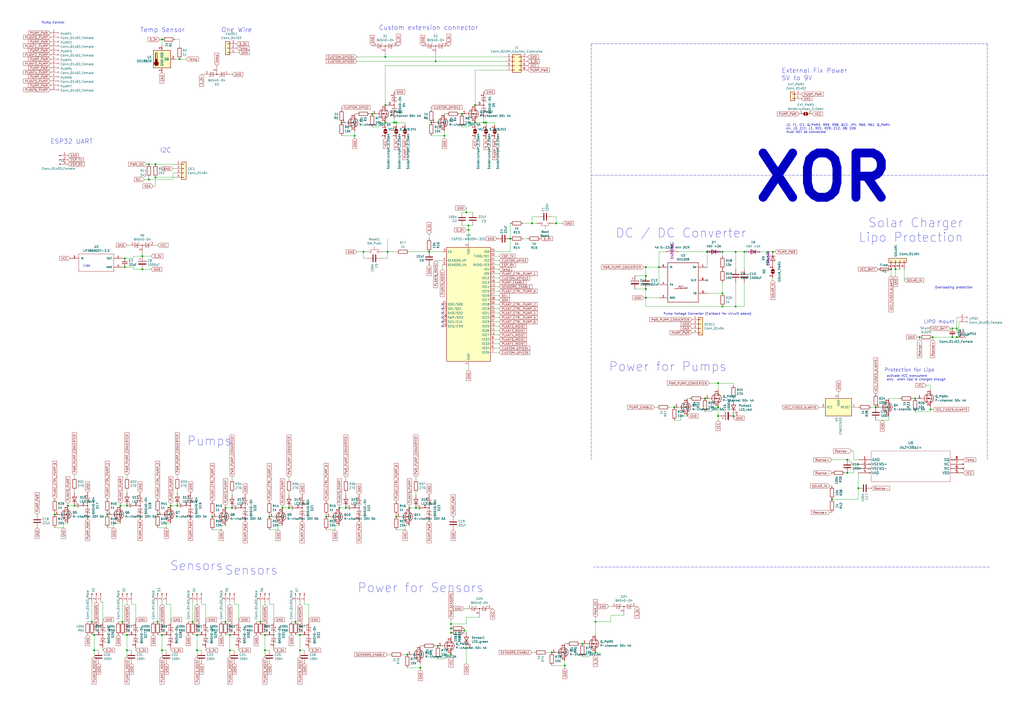
<source format=kicad_sch>
(kicad_sch (version 20211123) (generator eeschema)
  (paper "A2")
  (title_block (title "Plant Controller") (date "2020-12-21") (rev "0.4a") (company "C3MA"))
  (junction (at 281.94 71.12))
  (junction (at 261.62 364.49))
  (junction (at 261.62 367.03))
  (junction (at 43.18 293.37))
  (junction (at 223.52 33.02))
  (junction (at 215.9 66.04))
  (junction (at 73.66 293.37))
  (junction (at 322.58 129.54))
  (junction (at 223.52 60.96))
  (junction (at 73.66 368.3))
  (junction (at 391.16 236.22))
  (junction (at 114.3 368.3))
  (junction (at 151.13 360.68))
  (junction (at 425.45 241.3))
  (junction (at 54.61 368.3))
  (junction (at 93.98 22.86))
  (junction (at 31.75 298.45))
  (junction (at 228.6 71.12))
  (junction (at 99.06 293.37))
  (junction (at 530.86 231.14))
  (junction (at 53.34 360.68))
  (junction (at 62.23 298.45))
  (junction (at 431.8 146.05))
  (junction (at 539.75 237.49))
  (junction (at 241.3 294.64))
  (junction (at 224.79 146.05))
  (junction (at 69.85 293.37))
  (junction (at 93.98 368.3))
  (junction (at 236.22 379.73))
  (junction (at 93.98 377.19))
  (junction (at 72.39 149.86))
  (junction (at 153.67 368.3))
  (junction (at 86.36 95.25))
  (junction (at 243.84 387.35))
  (junction (at 271.78 130.81))
  (junction (at 210.82 146.05))
  (junction (at 337.82 373.38))
  (junction (at 223.52 71.12))
  (junction (at 280.67 71.12))
  (junction (at 257.81 78.74))
  (junction (at 419.1 146.05))
  (junction (at 419.1 170.18))
  (junction (at 237.49 294.64))
  (junction (at 130.81 294.64))
  (junction (at 91.44 298.45))
  (junction (at 482.6 289.56))
  (junction (at 123.19 299.72))
  (junction (at 73.66 377.19))
  (junction (at 261.62 379.73))
  (junction (at 275.59 60.96))
  (junction (at 229.87 71.12))
  (junction (at 519.43 156.21))
  (junction (at 153.67 377.19))
  (junction (at 171.45 360.68))
  (junction (at 205.74 78.74))
  (junction (at 408.94 231.14))
  (junction (at 295.91 138.43))
  (junction (at 82.55 148.59))
  (junction (at 426.72 146.05))
  (junction (at 261.62 361.95))
  (junction (at 327.66 386.08))
  (junction (at 374.65 172.72))
  (junction (at 134.62 294.64))
  (junction (at 90.17 95.25))
  (junction (at 269.24 365.76))
  (junction (at 419.1 177.8))
  (junction (at 554.99 190.5))
  (junction (at 382.27 154.94))
  (junction (at 374.65 167.64))
  (junction (at 163.83 294.64))
  (junction (at 374.65 154.94))
  (junction (at 541.02 195.58))
  (junction (at 156.21 299.72))
  (junction (at 102.87 293.37))
  (junction (at 111.76 360.68))
  (junction (at 196.85 294.64))
  (junction (at 308.61 129.54))
  (junction (at 189.23 299.72))
  (junction (at 516.89 156.21))
  (junction (at 133.35 377.19))
  (junction (at 254 374.65))
  (junction (at 167.64 294.64))
  (junction (at 72.39 154.94))
  (junction (at 552.45 190.5))
  (junction (at 229.87 299.72))
  (junction (at 374.65 160.02))
  (junction (at 267.97 66.04))
  (junction (at 448.31 146.05))
  (junction (at 320.04 378.46))
  (junction (at 114.3 377.19))
  (junction (at 130.81 360.68))
  (junction (at 508 236.22))
  (junction (at 345.44 360.68))
  (junction (at 491.49 274.32))
  (junction (at 86.36 104.14))
  (junction (at 198.12 71.12))
  (junction (at 200.66 294.64))
  (junction (at 252.73 35.56))
  (junction (at 426.72 177.8))
  (junction (at 497.84 283.21))
  (junction (at 416.56 241.3))
  (junction (at 133.35 368.3))
  (junction (at 416.56 236.22))
  (junction (at 82.55 156.21))
  (junction (at 491.49 266.7))
  (junction (at 410.21 146.05))
  (junction (at 533.4 195.58))
  (junction (at 416.56 222.25))
  (junction (at 104.14 34.29))
  (junction (at 275.59 71.12))
  (junction (at 554.99 195.58))
  (junction (at 71.12 360.68))
  (junction (at 248.92 146.05))
  (junction (at 90.17 102.87))
  (junction (at 271.78 133.35))
  (junction (at 552.45 195.58))
  (junction (at 250.19 71.12))
  (junction (at 91.44 360.68))
  (junction (at 270.51 123.19))
  (junction (at 345.44 378.46))
  (junction (at 173.99 377.19))
  (junction (at 173.99 368.3))
  (junction (at 54.61 377.19))
  (junction (at 39.37 293.37))
  (no_connect (at 256.54 179.07))
  (no_connect (at 410.21 162.56))
  (no_connect (at 256.54 184.15))
  (no_connect (at 256.54 189.23))
  (no_connect (at 256.54 176.53))
  (no_connect (at 256.54 186.69))
  (no_connect (at 256.54 181.61))
  (wire (pts (xy 93.98 377.19) (xy 96.52 377.19)))
  (wire (pts (xy 86.36 104.14) (xy 86.36 102.87)))
  (wire (pts (xy 419.1 148.59) (xy 419.1 146.05)))
  (wire (pts (xy 200.66 294.64) (xy 203.2 294.64)))
  (wire (pts (xy 312.42 125.73) (xy 308.61 125.73)))
  (wire (pts (xy 99.06 350.52) (xy 99.06 360.68)))
  (wire (pts (xy 382.27 165.1) (xy 382.27 154.94)))
  (wire (pts (xy 410.21 170.18) (xy 419.1 170.18)))
  (wire (pts (xy 119.38 350.52) (xy 119.38 360.68)))
  (wire (pts (xy 100.33 100.33) (xy 101.6 100.33)))
  (wire (pts (xy 388.62 236.22) (xy 391.16 236.22)))
  (wire (pts (xy 271.78 130.81) (xy 274.32 130.81)))
  (wire (pts (xy 66.04 306.07) (xy 62.23 306.07)))
  (wire (pts (xy 96.52 349.25) (xy 96.52 350.52)))
  (wire (pts (xy 119.38 375.92) (xy 119.38 377.19)))
  (wire (pts (xy 374.65 177.8) (xy 374.65 172.72)))
  (wire (pts (xy 85.09 95.25) (xy 86.36 95.25)))
  (wire (pts (xy 287.02 151.13) (xy 289.56 151.13)))
  (wire (pts (xy 104.14 22.86) (xy 101.6 22.86)))
  (wire (pts (xy 278.13 358.14) (xy 270.51 358.14)))
  (wire (pts (xy 552.45 195.58) (xy 554.99 195.58)))
  (wire (pts (xy 134.62 278.13) (xy 134.62 276.86)))
  (wire (pts (xy 287.02 161.29) (xy 289.56 161.29)))
  (wire (pts (xy 345.44 360.68) (xy 345.44 368.3)))
  (wire (pts (xy 219.71 71.12) (xy 219.71 73.66)))
  (wire (pts (xy 102.87 276.86) (xy 102.87 275.59)))
  (wire (pts (xy 31.75 297.18) (xy 31.75 298.45)))
  (wire (pts (xy 219.71 73.66) (xy 215.9 73.66)))
  (wire (pts (xy 320.04 386.08) (xy 327.66 386.08)))
  (wire (pts (xy 541.02 196.85) (xy 541.02 195.58)))
  (wire (pts (xy 189.23 298.45) (xy 189.23 299.72)))
  (polyline (pts (xy 572.77 25.4) (xy 572.77 266.7)))
  (wire (pts (xy 156.21 298.45) (xy 156.21 299.72)))
  (wire (pts (xy 425.45 240.03) (xy 425.45 241.3)))
  (wire (pts (xy 43.18 285.75) (xy 43.18 284.48)))
  (wire (pts (xy 287.02 179.07) (xy 289.56 179.07)))
  (wire (pts (xy 133.35 349.25) (xy 133.35 350.52)))
  (wire (pts (xy 77.47 148.59) (xy 82.55 148.59)))
  (wire (pts (xy 287.02 194.31) (xy 289.56 194.31)))
  (wire (pts (xy 200.66 294.64) (xy 196.85 294.64)))
  (wire (pts (xy 73.66 377.19) (xy 73.66 381)))
  (wire (pts (xy 516.89 160.02) (xy 516.89 156.21)))
  (wire (pts (xy 179.07 350.52) (xy 179.07 360.68)))
  (wire (pts (xy 495.3 271.78) (xy 497.84 271.78)))
  (wire (pts (xy 440.69 146.05) (xy 448.31 146.05)))
  (wire (pts (xy 168.91 360.68) (xy 171.45 360.68)))
  (wire (pts (xy 114.3 377.19) (xy 116.84 377.19)))
  (wire (pts (xy 43.18 276.86) (xy 43.18 275.59)))
  (wire (pts (xy 158.75 350.52) (xy 158.75 360.68)))
  (wire (pts (xy 271.78 130.81) (xy 271.78 133.35)))
  (wire (pts (xy 374.65 172.72) (xy 373.38 172.72)))
  (wire (pts (xy 237.49 146.05) (xy 248.92 146.05)))
  (wire (pts (xy 82.55 148.59) (xy 82.55 147.32)))
  (wire (pts (xy 250.19 78.74) (xy 257.81 78.74)))
  (wire (pts (xy 519.43 156.21) (xy 521.97 156.21)))
  (wire (pts (xy 311.15 129.54) (xy 308.61 129.54)))
  (wire (pts (xy 135.89 349.25) (xy 135.89 350.52)))
  (wire (pts (xy 556.26 186.69) (xy 556.26 195.58)))
  (wire (pts (xy 99.06 303.53) (xy 96.52 303.53)))
  (wire (pts (xy 275.59 71.12) (xy 280.67 71.12)))
  (wire (pts (xy 78.74 350.52) (xy 78.74 360.68)))
  (wire (pts (xy 287.02 156.21) (xy 289.56 156.21)))
  (wire (pts (xy 354.33 356.87) (xy 354.33 360.68)))
  (wire (pts (xy 248.92 146.05) (xy 256.54 146.05)))
  (wire (pts (xy 482.6 289.56) (xy 497.84 289.56)))
  (wire (pts (xy 102.87 293.37) (xy 99.06 293.37)))
  (wire (pts (xy 91.44 368.3) (xy 93.98 368.3)))
  (wire (pts (xy 368.3 160.02) (xy 374.65 160.02)))
  (wire (pts (xy 533.4 196.85) (xy 533.4 195.58)))
  (wire (pts (xy 374.65 177.8) (xy 419.1 177.8)))
  (wire (pts (xy 287.02 173.99) (xy 289.56 173.99)))
  (wire (pts (xy 86.36 95.25) (xy 90.17 95.25)))
  (wire (pts (xy 163.83 304.8) (xy 161.29 304.8)))
  (wire (pts (xy 515.62 243.84) (xy 508 243.84)))
  (wire (pts (xy 345.44 358.14) (xy 345.44 360.68)))
  (wire (pts (xy 173.99 368.3) (xy 171.45 368.3)))
  (wire (pts (xy 431.8 163.83) (xy 431.8 177.8)))
  (wire (pts (xy 275.59 72.39) (xy 275.59 71.12)))
  (wire (pts (xy 287.02 199.39) (xy 289.56 199.39)))
  (wire (pts (xy 176.53 377.19) (xy 173.99 377.19)))
  (wire (pts (xy 303.53 138.43) (xy 306.07 138.43)))
  (wire (pts (xy 398.78 241.3) (xy 394.97 241.3)))
  (wire (pts (xy 515.62 231.14) (xy 521.97 231.14)))
  (wire (pts (xy 271.78 133.35) (xy 270.51 133.35)))
  (wire (pts (xy 213.36 149.86) (xy 210.82 149.86)))
  (wire (pts (xy 308.61 125.73) (xy 308.61 129.54)))
  (wire (pts (xy 287.02 196.85) (xy 289.56 196.85)))
  (wire (pts (xy 287.02 189.23) (xy 289.56 189.23)))
  (wire (pts (xy 134.62 294.64) (xy 137.16 294.64)))
  (wire (pts (xy 252.73 35.56) (xy 252.73 31.75)))
  (wire (pts (xy 233.68 379.73) (xy 236.22 379.73)))
  (wire (pts (xy 419.1 146.05) (xy 426.72 146.05)))
  (wire (pts (xy 73.66 293.37) (xy 76.2 293.37)))
  (wire (pts (xy 87.63 156.21) (xy 82.55 156.21)))
  (wire (pts (xy 374.65 154.94) (xy 382.27 154.94)))
  (wire (pts (xy 91.44 297.18) (xy 91.44 298.45)))
  (wire (pts (xy 133.35 43.18) (xy 134.62 43.18)))
  (wire (pts (xy 271.78 73.66) (xy 267.97 73.66)))
  (wire (pts (xy 374.65 167.64) (xy 374.65 172.72)))
  (wire (pts (xy 341.63 381) (xy 337.82 381)))
  (wire (pts (xy 270.51 123.19) (xy 274.32 123.19)))
  (wire (pts (xy 114.3 349.25) (xy 114.3 350.52)))
  (wire (pts (xy 287.02 71.12) (xy 287.02 72.39)))
  (wire (pts (xy 275.59 40.64) (xy 293.37 40.64)))
  (wire (pts (xy 36.83 306.07) (xy 31.75 306.07)))
  (wire (pts (xy 118.11 43.18) (xy 116.84 43.18)))
  (wire (pts (xy 269.24 365.76) (xy 270.51 365.76)))
  (wire (pts (xy 492.76 267.97) (xy 492.76 266.7)))
  (wire (pts (xy 256.54 153.67) (xy 256.54 156.21)))
  (wire (pts (xy 223.52 33.02) (xy 223.52 31.75)))
  (wire (pts (xy 379.73 236.22) (xy 381 236.22)))
  (wire (pts (xy 271.78 71.12) (xy 275.59 71.12)))
  (wire (pts (xy 101.6 34.29) (xy 104.14 34.29)))
  (wire (pts (xy 322.58 129.54) (xy 321.31 129.54)))
  (wire (pts (xy 529.59 231.14) (xy 530.86 231.14)))
  (wire (pts (xy 100.33 97.79) (xy 101.6 97.79)))
  (wire (pts (xy 138.43 350.52) (xy 138.43 360.68)))
  (wire (pts (xy 250.19 62.23) (xy 250.19 63.5)))
  (wire (pts (xy 248.92 138.43) (xy 248.92 135.89)))
  (wire (pts (xy 90.17 107.95) (xy 90.17 102.87)))
  (wire (pts (xy 287.02 204.47) (xy 289.56 204.47)))
  (wire (pts (xy 59.69 349.25) (xy 59.69 360.68)))
  (wire (pts (xy 224.79 146.05) (xy 224.79 138.43)))
  (wire (pts (xy 236.22 387.35) (xy 243.84 387.35)))
  (wire (pts (xy 102.87 285.75) (xy 102.87 284.48)))
  (wire (pts (xy 128.27 360.68) (xy 130.81 360.68)))
  (wire (pts (xy 194.31 307.34) (xy 189.23 307.34)))
  (wire (pts (xy 158.75 375.92) (xy 158.75 377.19)))
  (wire (pts (xy 554.99 184.15) (xy 556.26 184.15)))
  (wire (pts (xy 368.3 167.64) (xy 374.65 167.64)))
  (wire (pts (xy 308.61 129.54) (xy 303.53 129.54)))
  (wire (pts (xy 173.99 349.25) (xy 173.99 350.52)))
  (wire (pts (xy 448.31 162.56) (xy 448.31 161.29)))
  (wire (pts (xy 77.47 156.21) (xy 77.47 154.94)))
  (wire (pts (xy 245.11 374.65) (xy 243.84 374.65)))
  (wire (pts (xy 76.2 349.25) (xy 76.2 350.52)))
  (wire (pts (xy 373.38 154.94) (xy 374.65 154.94)))
  (polyline (pts (xy 342.9 25.4) (xy 342.9 266.7)))
  (wire (pts (xy 173.99 368.3) (xy 173.99 377.19)))
  (wire (pts (xy 210.82 149.86) (xy 210.82 146.05)))
  (wire (pts (xy 133.35 377.19) (xy 133.35 381)))
  (wire (pts (xy 269.24 353.06) (xy 270.51 353.06)))
  (wire (pts (xy 541.02 195.58) (xy 552.45 195.58)))
  (wire (pts (xy 295.91 138.43) (xy 295.91 146.05)))
  (wire (pts (xy 539.75 223.52) (xy 539.75 226.06)))
  (wire (pts (xy 219.71 71.12) (xy 223.52 71.12)))
  (wire (pts (xy 59.69 349.25) (xy 58.42 349.25)))
  (wire (pts (xy 257.81 379.73) (xy 261.62 379.73)))
  (wire (pts (xy 287.02 186.69) (xy 289.56 186.69)))
  (wire (pts (xy 241.3 294.64) (xy 243.84 294.64)))
  (polyline (pts (xy 574.04 328.93) (xy 344.17 328.93)))
  (wire (pts (xy 237.49 294.64) (xy 237.49 293.37)))
  (wire (pts (xy 93.98 377.19) (xy 93.98 381)))
  (wire (pts (xy 287.02 146.05) (xy 295.91 146.05)))
  (wire (pts (xy 207.01 146.05) (xy 210.82 146.05)))
  (wire (pts (xy 281.94 71.12) (xy 287.02 71.12)))
  (wire (pts (xy 130.81 294.64) (xy 134.62 294.64)))
  (wire (pts (xy 556.26 195.58) (xy 554.99 195.58)))
  (wire (pts (xy 93.98 22.86) (xy 93.98 26.67)))
  (wire (pts (xy 158.75 350.52) (xy 156.21 350.52)))
  (wire (pts (xy 361.95 356.87) (xy 354.33 356.87)))
  (wire (pts (xy 128.27 307.34) (xy 123.19 307.34)))
  (wire (pts (xy 196.85 304.8) (xy 194.31 304.8)))
  (wire (pts (xy 114.3 377.19) (xy 114.3 381)))
  (wire (pts (xy 530.86 231.14) (xy 532.13 231.14)))
  (wire (pts (xy 194.31 304.8) (xy 194.31 307.34)))
  (wire (pts (xy 426.72 156.21) (xy 426.72 146.05)))
  (wire (pts (xy 417.83 241.3) (xy 416.56 241.3)))
  (wire (pts (xy 88.9 360.68) (xy 91.44 360.68)))
  (wire (pts (xy 148.59 360.68) (xy 151.13 360.68)))
  (wire (pts (xy 416.56 241.3) (xy 416.56 243.84)))
  (wire (pts (xy 341.63 378.46) (xy 341.63 381)))
  (wire (pts (xy 474.98 236.22) (xy 476.25 236.22)))
  (wire (pts (xy 270.51 365.76) (xy 270.51 367.03)))
  (wire (pts (xy 416.56 222.25) (xy 411.48 222.25)))
  (wire (pts (xy 382.27 172.72) (xy 374.65 172.72)))
  (wire (pts (xy 86.36 104.14) (xy 100.33 104.14)))
  (wire (pts (xy 431.8 146.05) (xy 433.07 146.05)))
  (wire (pts (xy 104.14 34.29) (xy 107.95 34.29)))
  (wire (pts (xy 287.02 158.75) (xy 289.56 158.75)))
  (wire (pts (xy 116.84 349.25) (xy 116.84 350.52)))
  (wire (pts (xy 270.51 120.65) (xy 270.51 123.19)))
  (wire (pts (xy 50.8 360.68) (xy 53.34 360.68)))
  (wire (pts (xy 495.3 274.32) (xy 495.3 271.78)))
  (wire (pts (xy 431.8 177.8) (xy 426.72 177.8)))
  (wire (pts (xy 412.75 236.22) (xy 412.75 238.76)))
  (wire (pts (xy 267.97 123.19) (xy 270.51 123.19)))
  (wire (pts (xy 524.51 156.21) (xy 524.51 162.56)))
  (wire (pts (xy 486.41 228.6) (xy 486.41 227.33)))
  (wire (pts (xy 82.55 148.59) (xy 87.63 148.59)))
  (wire (pts (xy 252.73 374.65) (xy 254 374.65)))
  (wire (pts (xy 224.79 149.86) (xy 224.79 146.05)))
  (wire (pts (xy 243.84 387.35) (xy 243.84 388.62)))
  (wire (pts (xy 515.62 241.3) (xy 515.62 243.84)))
  (wire (pts (xy 234.95 304.8) (xy 234.95 307.34)))
  (wire (pts (xy 481.33 297.18) (xy 482.6 297.18)))
  (wire (pts (xy 261.62 381) (xy 261.62 379.73)))
  (wire (pts (xy 223.52 33.02) (xy 293.37 33.02)))
  (wire (pts (xy 90.17 95.25) (xy 101.6 95.25)))
  (wire (pts (xy 491.49 274.32) (xy 490.22 274.32)))
  (wire (pts (xy 237.49 294.64) (xy 241.3 294.64)))
  (wire (pts (xy 223.52 71.12) (xy 228.6 71.12)))
  (wire (pts (xy 320.04 125.73) (xy 322.58 125.73)))
  (wire (pts (xy 241.3 287.02) (xy 241.3 285.75)))
  (wire (pts (xy 210.82 146.05) (xy 212.09 146.05)))
  (wire (pts (xy 83.82 104.14) (xy 86.36 104.14)))
  (wire (pts (xy 394.97 243.84) (xy 391.16 243.84)))
  (wire (pts (xy 53.34 360.68) (xy 53.34 349.25)))
  (wire (pts (xy 354.33 360.68) (xy 345.44 360.68)))
  (wire (pts (xy 497.84 269.24) (xy 494.03 269.24)))
  (wire (pts (xy 416.56 236.22) (xy 416.56 241.3)))
  (wire (pts (xy 73.66 349.25) (xy 73.66 350.52)))
  (wire (pts (xy 267.97 130.81) (xy 271.78 130.81)))
  (wire (pts (xy 200.66 287.02) (xy 200.66 285.75)))
  (wire (pts (xy 308.61 378.46) (xy 309.88 378.46)))
  (wire (pts (xy 497.84 283.21) (xy 497.84 274.32)))
  (wire (pts (xy 229.87 71.12) (xy 229.87 72.39)))
  (wire (pts (xy 138.43 350.52) (xy 135.89 350.52)))
  (wire (pts (xy 167.64 287.02) (xy 167.64 285.75)))
  (wire (pts (xy 62.23 297.18) (xy 62.23 298.45)))
  (wire (pts (xy 207.01 66.04) (xy 205.74 66.04)))
  (wire (pts (xy 54.61 377.19) (xy 57.15 377.19)))
  (wire (pts (xy 100.33 104.14) (xy 100.33 100.33)))
  (wire (pts (xy 287.02 171.45) (xy 289.56 171.45)))
  (wire (pts (xy 271.78 71.12) (xy 271.78 73.66)))
  (wire (pts (xy 425.45 222.25) (xy 425.45 223.52)))
  (wire (pts (xy 341.63 378.46) (xy 345.44 378.46)))
  (wire (pts (xy 72.39 149.86) (xy 71.12 149.86)))
  (wire (pts (xy 153.67 349.25) (xy 153.67 350.52)))
  (wire (pts (xy 416.56 222.25) (xy 416.56 226.06)))
  (wire (pts (xy 228.6 68.58) (xy 228.6 71.12)))
  (wire (pts (xy 551.18 190.5) (xy 552.45 190.5)))
  (wire (pts (xy 96.52 306.07) (xy 91.44 306.07)))
  (wire (pts (xy 426.72 146.05) (xy 431.8 146.05)))
  (wire (pts (xy 69.85 293.37) (xy 69.85 292.1)))
  (wire (pts (xy 123.19 298.45) (xy 123.19 299.72)))
  (wire (pts (xy 156.21 349.25) (xy 156.21 350.52)))
  (wire (pts (xy 393.7 146.05) (xy 410.21 146.05)))
  (wire (pts (xy 494.03 269.24) (xy 494.03 267.97)))
  (wire (pts (xy 261.62 359.41) (xy 261.62 361.95)))
  (wire (pts (xy 539.75 238.76) (xy 539.75 237.49)))
  (wire (pts (xy 345.44 379.73) (xy 345.44 378.46)))
  (polyline (pts (xy 342.9 101.6) (xy 572.77 101.6)))
  (wire (pts (xy 69.85 303.53) (xy 66.04 303.53)))
  (wire (pts (xy 151.13 368.3) (xy 153.67 368.3)))
  (wire (pts (xy 73.66 377.19) (xy 76.2 377.19)))
  (wire (pts (xy 196.85 293.37) (xy 196.85 294.64)))
  (wire (pts (xy 99.06 292.1) (xy 99.06 293.37)))
  (wire (pts (xy 229.87 298.45) (xy 229.87 299.72)))
  (wire (pts (xy 287.02 166.37) (xy 289.56 166.37)))
  (wire (pts (xy 128.27 304.8) (xy 128.27 307.34)))
  (wire (pts (xy 241.3 278.13) (xy 241.3 276.86)))
  (wire (pts (xy 179.07 350.52) (xy 176.53 350.52)))
  (wire (pts (xy 71.12 368.3) (xy 73.66 368.3)))
  (wire (pts (xy 71.12 349.25) (xy 71.12 360.68)))
  (wire (pts (xy 114.3 368.3) (xy 111.76 368.3)))
  (wire (pts (xy 68.58 360.68) (xy 71.12 360.68)))
  (wire (pts (xy 519.43 156.21) (xy 519.43 160.02)))
  (wire (pts (xy 425.45 232.41) (xy 425.45 231.14)))
  (wire (pts (xy 425.45 222.25) (xy 416.56 222.25)))
  (wire (pts (xy 491.49 274.32) (xy 495.3 274.32)))
  (wire (pts (xy 448.31 146.05) (xy 449.58 146.05)))
  (wire (pts (xy 73.66 368.3) (xy 73.66 377.19)))
  (wire (pts (xy 257.81 78.74) (xy 257.81 76.2)))
  (wire (pts (xy 270.51 374.65) (xy 270.51 384.81)))
  (wire (pts (xy 495.3 261.62) (xy 494.03 261.62)))
  (wire (pts (xy 482.6 266.7) (xy 491.49 266.7)))
  (wire (pts (xy 328.93 373.38) (xy 327.66 373.38)))
  (wire (pts (xy 92.71 22.86) (xy 93.98 22.86)))
  (wire (pts (xy 167.64 278.13) (xy 167.64 276.86)))
  (wire (pts (xy 336.55 373.38) (xy 337.82 373.38)))
  (wire (pts (xy 119.38 350.52) (xy 116.84 350.52)))
  (wire (pts (xy 153.67 377.19) (xy 156.21 377.19)))
  (wire (pts (xy 171.45 349.25) (xy 171.45 360.68)))
  (wire (pts (xy 224.79 146.05) (xy 229.87 146.05)))
  (wire (pts (xy 327.66 386.08) (xy 327.66 387.35)))
  (wire (pts (xy 114.3 368.3) (xy 114.3 377.19)))
  (wire (pts (xy 280.67 68.58) (xy 280.67 71.12)))
  (wire (pts (xy 261.62 361.95) (xy 261.62 364.49)))
  (wire (pts (xy 426.72 177.8) (xy 419.1 177.8)))
  (wire (pts (xy 66.04 303.53) (xy 66.04 306.07)))
  (wire (pts (xy 88.9 107.95) (xy 90.17 107.95)))
  (wire (pts (xy 36.83 303.53) (xy 36.83 306.07)))
  (wire (pts (xy 275.59 40.64) (xy 275.59 60.96)))
  (wire (pts (xy 130.81 293.37) (xy 130.81 294.64)))
  (wire (pts (xy 266.7 66.04) (xy 267.97 66.04)))
  (wire (pts (xy 207.01 35.56) (xy 252.73 35.56)))
  (wire (pts (xy 287.02 184.15) (xy 289.56 184.15)))
  (wire (pts (xy 552.45 190.5) (xy 554.99 190.5)))
  (wire (pts (xy 220.98 149.86) (xy 224.79 149.86)))
  (wire (pts (xy 91.44 360.68) (xy 91.44 349.25)))
  (wire (pts (xy 426.72 163.83) (xy 426.72 177.8)))
  (wire (pts (xy 222.25 146.05) (xy 224.79 146.05)))
  (wire (pts (xy 261.62 367.03) (xy 261.62 369.57)))
  (wire (pts (xy 77.47 149.86) (xy 77.47 148.59)))
  (wire (pts (xy 554.99 193.04) (xy 554.99 190.5)))
  (wire (pts (xy 176.53 349.25) (xy 176.53 350.52)))
  (wire (pts (xy 78.74 375.92) (xy 78.74 377.19)))
  (wire (pts (xy 223.52 72.39) (xy 223.52 71.12)))
  (wire (pts (xy 153.67 377.19) (xy 153.67 381)))
  (wire (pts (xy 257.81 78.74) (xy 257.81 80.01)))
  (wire (pts (xy 257.81 379.73) (xy 257.81 382.27)))
  (wire (pts (xy 167.64 294.64) (xy 170.18 294.64)))
  (wire (pts (xy 78.74 350.52) (xy 76.2 350.52)))
  (wire (pts (xy 214.63 66.04) (xy 215.9 66.04)))
  (wire (pts (xy 410.21 146.05) (xy 410.21 154.94)))
  (wire (pts (xy 59.69 375.92) (xy 59.69 377.19)))
  (wire (pts (xy 200.66 278.13) (xy 200.66 276.86)))
  (wire (pts (xy 327.66 386.08) (xy 327.66 383.54)))
  (wire (pts (xy 287.02 153.67) (xy 289.56 153.67)))
  (wire (pts (xy 505.46 236.22) (xy 508 236.22)))
  (wire (pts (xy 73.66 285.75) (xy 73.66 284.48)))
  (wire (pts (xy 229.87 71.12) (xy 234.95 71.12)))
  (wire (pts (xy 412.75 236.22) (xy 416.56 236.22)))
  (wire (pts (xy 271.78 214.63) (xy 271.78 212.09)))
  (wire (pts (xy 224.79 379.73) (xy 226.06 379.73)))
  (wire (pts (xy 163.83 293.37) (xy 163.83 294.64)))
  (wire (pts (xy 322.58 125.73) (xy 322.58 129.54)))
  (wire (pts (xy 223.52 38.1) (xy 293.37 38.1)))
  (wire (pts (xy 104.14 26.67) (xy 104.14 22.86)))
  (wire (pts (xy 326.39 129.54) (xy 322.58 129.54)))
  (wire (pts (xy 407.67 231.14) (xy 408.94 231.14)))
  (wire (pts (xy 173.99 377.19) (xy 173.99 381)))
  (wire (pts (xy 179.07 375.92) (xy 179.07 377.19)))
  (wire (pts (xy 39.37 303.53) (xy 36.83 303.53)))
  (wire (pts (xy 39.37 292.1) (xy 39.37 293.37)))
  (wire (pts (xy 554.99 190.5) (xy 554.99 184.15)))
  (wire (pts (xy 134.62 287.02) (xy 134.62 285.75)))
  (wire (pts (xy 494.03 267.97) (xy 492.76 267.97)))
  (wire (pts (xy 163.83 294.64) (xy 167.64 294.64)))
  (wire (pts (xy 130.81 368.3) (xy 133.35 368.3)))
  (wire (pts (xy 537.21 223.52) (xy 539.75 223.52)))
  (wire (pts (xy 287.02 201.93) (xy 289.56 201.93)))
  (wire (pts (xy 93.98 349.25) (xy 93.98 350.52)))
  (wire (pts (xy 237.49 304.8) (xy 234.95 304.8)))
  (wire (pts (xy 412.75 238.76) (xy 408.94 238.76)))
  (wire (pts (xy 431.8 156.21) (xy 431.8 146.05)))
  (wire (pts (xy 96.52 303.53) (xy 96.52 306.07)))
  (wire (pts (xy 257.81 382.27) (xy 254 382.27)))
  (wire (pts (xy 271.78 133.35) (xy 271.78 140.97)))
  (wire (pts (xy 259.08 66.04) (xy 257.81 66.04)))
  (wire (pts (xy 223.52 38.1) (xy 223.52 60.96)))
  (wire (pts (xy 54.61 377.19) (xy 54.61 381)))
  (wire (pts (xy 72.39 154.94) (xy 77.47 154.94)))
  (wire (pts (xy 207.01 33.02) (xy 223.52 33.02)))
  (wire (pts (xy 161.29 307.34) (xy 156.21 307.34)))
  (wire (pts (xy 71.12 154.94) (xy 72.39 154.94)))
  (wire (pts (xy 317.5 378.46) (xy 320.04 378.46)))
  (wire (pts (xy 243.84 387.35) (xy 243.84 384.81)))
  (wire (pts (xy 90.17 102.87) (xy 101.6 102.87)))
  (wire (pts (xy 43.18 293.37) (xy 45.72 293.37)))
  (wire (pts (xy 228.6 71.12) (xy 229.87 71.12)))
  (wire (pts (xy 394.97 241.3) (xy 394.97 243.84)))
  (wire (pts (xy 53.34 368.3) (xy 54.61 368.3)))
  (wire (pts (xy 252.73 35.56) (xy 293.37 35.56)))
  (wire (pts (xy 497.84 289.56) (xy 497.84 283.21)))
  (wire (pts (xy 481.33 281.94) (xy 482.6 281.94)))
  (wire (pts (xy 287.02 163.83) (xy 289.56 163.83)))
  (wire (pts (xy 269.24 365.76) (xy 269.24 367.03)))
  (wire (pts (xy 281.94 71.12) (xy 281.94 72.39)))
  (wire (pts (xy 287.02 176.53) (xy 289.56 176.53)))
  (wire (pts (xy 54.61 368.3) (xy 54.61 377.19)))
  (wire (pts (xy 90.17 142.24) (xy 91.44 142.24)))
  (wire (pts (xy 270.51 358.14) (xy 270.51 361.95)))
  (wire (pts (xy 153.67 368.3) (xy 153.67 377.19)))
  (wire (pts (xy 419.1 163.83) (xy 419.1 170.18)))
  (wire (pts (xy 99.06 350.52) (xy 96.52 350.52)))
  (wire (pts (xy 198.12 78.74) (xy 205.74 78.74)))
  (wire (pts (xy 530.86 238.76) (xy 539.75 238.76)))
  (wire (pts (xy 198.12 62.23) (xy 198.12 63.5)))
  (wire (pts (xy 541.02 237.49) (xy 539.75 237.49)))
  (wire (pts (xy 252.73 151.13) (xy 256.54 151.13)))
  (wire (pts (xy 269.24 364.49) (xy 269.24 365.76)))
  (wire (pts (xy 400.05 231.14) (xy 398.78 231.14)))
  (wire (pts (xy 374.65 160.02) (xy 374.65 154.94)))
  (wire (pts (xy 39.37 293.37) (xy 43.18 293.37)))
  (wire (pts (xy 74.93 142.24) (xy 73.66 142.24)))
  (wire (pts (xy 234.95 307.34) (xy 229.87 307.34)))
  (wire (pts (xy 111.76 360.68) (xy 111.76 349.25)))
  (wire (pts (xy 287.02 148.59) (xy 289.56 148.59)))
  (wire (pts (xy 495.3 266.7) (xy 495.3 261.62)))
  (wire (pts (xy 417.83 146.05) (xy 419.1 146.05)))
  (wire (pts (xy 425.45 241.3) (xy 425.45 242.57)))
  (wire (pts (xy 491.49 266.7) (xy 492.76 266.7)))
  (wire (pts (xy 161.29 304.8) (xy 161.29 307.34)))
  (wire (pts (xy 151.13 360.68) (xy 151.13 349.25)))
  (wire (pts (xy 102.87 293.37) (xy 105.41 293.37)))
  (wire (pts (xy 261.62 364.49) (xy 261.62 367.03)))
  (wire (pts (xy 287.02 168.91) (xy 289.56 168.91)))
  (wire (pts (xy 280.67 71.12) (xy 281.94 71.12)))
  (wire (pts (xy 72.39 149.86) (xy 77.47 149.86)))
  (wire (pts (xy 99.06 375.92) (xy 99.06 377.19)))
  (wire (pts (xy 287.02 191.77) (xy 289.56 191.77)))
  (wire (pts (xy 270.51 361.95) (xy 261.62 361.95)))
  (wire (pts (xy 234.95 71.12) (xy 234.95 72.39)))
  (wire (pts (xy 205.74 78.74) (xy 205.74 76.2)))
  (wire (pts (xy 109.22 360.68) (xy 111.76 360.68)))
  (wire (pts (xy 496.57 236.22) (xy 497.84 236.22)))
  (wire (pts (xy 353.06 351.79) (xy 354.33 351.79)))
  (wire (pts (xy 295.91 129.54) (xy 295.91 138.43)))
  (wire (pts (xy 133.35 377.19) (xy 135.89 377.19)))
  (wire (pts (xy 533.4 195.58) (xy 532.13 195.58)))
  (wire (pts (xy 133.35 368.3) (xy 133.35 377.19)))
  (wire (pts (xy 73.66 293.37) (xy 69.85 293.37)))
  (wire (pts (xy 93.98 368.3) (xy 93.98 377.19)))
  (wire (pts (xy 205.74 78.74) (xy 205.74 80.01)))
  (wire (pts (xy 287.02 181.61) (xy 289.56 181.61)))
  (wire (pts (xy 82.55 156.21) (xy 77.47 156.21)))
  (polyline (pts (xy 342.9 25.4) (xy 572.77 25.4)))
  (wire (pts (xy 138.43 375.92) (xy 138.43 377.19)))
  (wire (pts (xy 130.81 360.68) (xy 130.81 349.25)))
  (wire (pts (xy 130.81 304.8) (xy 128.27 304.8)))
  (wire (pts (xy 497.84 266.7) (xy 495.3 266.7)))
  (wire (pts (xy 539.75 237.49) (xy 539.75 236.22)))
  (wire (pts (xy 73.66 276.86) (xy 73.66 275.59)))
  (wire (pts (xy 386.08 146.05) (xy 382.27 146.05)))
  (wire (pts (xy 382.27 146.05) (xy 382.27 154.94)))
  (wire (pts (xy 138.43 30.48) (xy 137.16 30.48)))
  (text "DC / DC Converter" (at 433.07 138.43 180) (effects (font (size 5.2578 5.2578)) (justify right bottom)))
  (text "ESP32 UART" (at 29.21 83.82 0) (effects (font (size 2.667 2.667)) (justify left bottom)))
  (text "Protection for Lipo" (at 513.08 215.9 0) (effects (font (size 2.0066 2.0066)) (justify left bottom)))
  (text "One Wire" (at 128.27 19.05 0) (effects (font (size 2.667 2.667)) (justify left bottom)))
  (text "Power for Pumps" (at 421.64 215.9 180) (effects (font (size 5.2578 5.2578)) (justify right bottom)))
  (text "Lipo" (at 48.26 154.94 0) (effects (font (size 1.27 1.27)) (justify left bottom)))
  (text "External Fix Power\n5V to 9V" (at 453.39 46.99 0) (effects (font (size 2.667 2.667)) (justify left bottom)))
  (text "Pump Voltage Converter (Fallback for circuit above)" (at 384.81 182.88 0) (effects (font (size 1.27 1.27)) (justify left bottom)))
  (text "Pumps" (at 134.62 259.08 180) (effects (font (size 5.2578 5.2578)) (justify right bottom)))
  (text "LIPO mount" (at 535.94 187.96 0) (effects (font (size 2.0066 2.0066)) (justify left bottom)))
  (text "Overloading protection" (at 542.29 167.64 0) (effects (font (size 1.27 1.27)) (justify left bottom)))
  (text "Sensors" (at 129.54 331.47 180) (effects (font (size 5.2578 5.2578)) (justify right bottom)))
  (text "Pump Control" (at 24.13 13.97 0) (effects (font (size 1.27 1.27)) (justify left bottom)))
  (text "Solar Charger\nLipo Protection" (at 558.8 140.97 180) (effects (font (size 5.2578 5.2578)) (justify right bottom)))
  (text "Sensors" (at 161.29 334.01 180) (effects (font (size 5.2578 5.2578)) (justify right bottom)))
  (text "Temp Sensor" (at 81.28 19.05 0) (effects (font (size 2.667 2.667)) (justify left bottom)))
  (text "Power for Sensors" (at 280.67 344.17 180) (effects (font (size 5.2578 5.2578)) (justify right bottom)))
  (text "I2C" (at 92.71 88.9 0) (effects (font (size 2.667 2.667)) (justify left bottom)))
  (text "Custom extension connector" (at 219.71 17.78 0) (effects (font (size 2.667 2.667)) (justify left bottom)))
  (text "J2, F1, IC1, Q_PWR3. R59, R58, Q12, JP1, R60, R61, Q_PWR4\nU4, J3, C11, L1, R21, R29, C12, D8, D26\nmust NOT be connected" (at 455.93 77.47 0) (effects (font (size 1.27 1.27)) (justify left bottom)))
  (text "XOR" (at 435.61 118.11 0) (effects (font (size 25.7048 25.7048) (thickness 5.141) bold) (justify left bottom)))
  (text "activate VCC everywhere \nonly  when lipo is charged enough" (at 514.35 220.98 0) (effects (font (size 1.27 1.27)) (justify left bottom)))
  (global_label "PLANT4_PUMP" (shape input) (at 29.21 41.91 180) (property "Intersheet References" "${INTERSHEET_REFS}" (effects hide)))
  (global_label "PWR_SENSORS" (shape input) (at 93.98 350.52 270) (property "Intersheet References" "${INTERSHEET_REFS}" (effects hide)))
  (global_label "Temp" (shape input) (at 125.73 38.1 90) (property "Intersheet References" "${INTERSHEET_REFS}" (effects hide)))
  (global_label "VCC" (shape input) (at 223.52 80.01 270) (property "Intersheet References" "${INTERSHEET_REFS}" (effects hide)))
  (global_label "PUMP_PWR" (shape input) (at 110.49 300.99 270) (property "Intersheet References" "${INTERSHEET_REFS}" (effects hide)))
  (global_label "GND" (shape input) (at 73.66 142.24 180) (property "Intersheet References" "${INTERSHEET_REFS}" (effects hide)))
  (global_label "GND" (shape input) (at 270.51 120.65 180) (property "Intersheet References" "${INTERSHEET_REFS}" (effects hide)))
  (global_label "GND" (shape input) (at 208.28 287.02 90) (property "Intersheet References" "${INTERSHEET_REFS}" (effects hide)))
  (global_label "GND" (shape input) (at 280.67 53.34 0) (property "Intersheet References" "${INTERSHEET_REFS}" (effects hide)))
  (global_label "PWR_SENSORS" (shape input) (at 55.88 349.25 270) (property "Intersheet References" "${INTERSHEET_REFS}" (effects hide)))
  (global_label "GND" (shape input) (at 353.06 351.79 180) (property "Intersheet References" "${INTERSHEET_REFS}" (effects hide)))
  (global_label "PLANT5_MOIST" (shape input) (at 256.54 156.21 270) (property "Intersheet References" "${INTERSHEET_REFS}" (effects hide)))
  (global_label "3_3V" (shape input) (at 229.87 80.01 270) (property "Intersheet References" "${INTERSHEET_REFS}" (effects hide)))
  (global_label "PUMP_PWR" (shape input) (at 50.8 300.99 270) (property "Intersheet References" "${INTERSHEET_REFS}" (effects hide)))
  (global_label "PWR_PUMP_CONVERTER" (shape input) (at 411.48 222.25 180) (property "Intersheet References" "${INTERSHEET_REFS}" (effects hide)))
  (global_label "CUSTOM_GPIO12" (shape input) (at 289.56 161.29 0) (property "Intersheet References" "${INTERSHEET_REFS}" (effects hide)))
  (global_label "PUMP_PWR" (shape input) (at 175.26 302.26 270) (property "Intersheet References" "${INTERSHEET_REFS}" (effects hide)))
  (global_label "PLANT3_MOIST" (shape input) (at 289.56 191.77 0) (property "Intersheet References" "${INTERSHEET_REFS}" (effects hide)))
  (global_label "PLANT6_MOIST" (shape input) (at 173.99 381 270) (property "Intersheet References" "${INTERSHEET_REFS}" (effects hide)))
  (global_label "GND" (shape input) (at 93.98 41.91 270) (property "Intersheet References" "${INTERSHEET_REFS}" (effects hide)))
  (global_label "GND" (shape input) (at 519.43 160.02 270) (property "Intersheet References" "${INTERSHEET_REFS}" (effects hide)))
  (global_label "SCL" (shape input) (at 83.82 104.14 180) (property "Intersheet References" "${INTERSHEET_REFS}" (effects hide)))
  (global_label "GND" (shape input) (at 234.95 307.34 270) (property "Intersheet References" "${INTERSHEET_REFS}" (effects hide)))
  (global_label "SCL" (shape input) (at 289.56 171.45 0) (property "Intersheet References" "${INTERSHEET_REFS}" (effects hide)))
  (global_label "PWR_I2C" (shape input) (at 85.09 95.25 180) (property "Intersheet References" "${INTERSHEET_REFS}" (effects hide)))
  (global_label "3_3V" (shape input) (at 87.63 148.59 0) (property "Intersheet References" "${INTERSHEET_REFS}" (effects hide)))
  (global_label "ESP_RX" (shape input) (at 289.56 153.67 0) (property "Intersheet References" "${INTERSHEET_REFS}" (effects hide)))
  (global_label "ESP_TX" (shape input) (at 289.56 148.59 0) (property "Intersheet References" "${INTERSHEET_REFS}" (effects hide)))
  (global_label "PUMP_PWR" (shape input) (at 142.24 302.26 270) (property "Intersheet References" "${INTERSHEET_REFS}" (effects hide)))
  (global_label "PLANT_CTRL_PUMP_6" (shape input) (at 289.56 186.69 0) (property "Intersheet References" "${INTERSHEET_REFS}" (effects hide)))
  (global_label "GND" (shape input) (at 205.74 80.01 270) (property "Intersheet References" "${INTERSHEET_REFS}" (effects hide)))
  (global_label "PWR_PUMP_CONVERTER" (shape input) (at 73.66 275.59 90) (property "Intersheet References" "${INTERSHEET_REFS}" (effects hide)))
  (global_label "PLANT_CTRL_PUMP_0" (shape input) (at 31.75 289.56 90) (property "Intersheet References" "${INTERSHEET_REFS}" (effects hide)))
  (global_label "3_3V" (shape input) (at 260.35 26.67 90) (property "Intersheet References" "${INTERSHEET_REFS}" (effects hide)))
  (global_label "PLANT6_PUMP" (shape input) (at 29.21 52.07 180) (property "Intersheet References" "${INTERSHEET_REFS}" (effects hide)))
  (global_label "SENSORS_ENABLE" (shape input) (at 308.61 378.46 180) (property "Intersheet References" "${INTERSHEET_REFS}" (effects hide)))
  (global_label "GND" (shape input) (at 215.9 26.67 90) (property "Intersheet References" "${INTERSHEET_REFS}" (effects hide)))
  (global_label "Rsense+" (shape input) (at 482.6 266.7 180) (property "Intersheet References" "${INTERSHEET_REFS}" (effects hide)))
  (global_label "Temp" (shape input) (at 289.56 156.21 0) (property "Intersheet References" "${INTERSHEET_REFS}" (effects hide)))
  (global_label "3_3V" (shape input) (at 92.71 22.86 180) (property "Intersheet References" "${INTERSHEET_REFS}" (effects hide)))
  (global_label "VCC" (shape input) (at 471.17 66.04 0) (property "Intersheet References" "${INTERSHEET_REFS}" (effects hide)))
  (global_label "GND" (shape input) (at 57.15 384.81 270) (property "Intersheet References" "${INTERSHEET_REFS}" (effects hide)))
  (global_label "Rsense-" (shape input) (at 533.4 196.85 270) (property "Intersheet References" "${INTERSHEET_REFS}" (effects hide)))
  (global_label "GND" (shape input) (at 269.24 353.06 180) (property "Intersheet References" "${INTERSHEET_REFS}" (effects hide)))
  (global_label "PLANT5_PUMP" (shape input) (at 196.85 293.37 90) (property "Intersheet References" "${INTERSHEET_REFS}" (effects hide)))
  (global_label "VCC_BATT" (shape input) (at 509.27 156.21 180) (property "Intersheet References" "${INTERSHEET_REFS}" (effects hide)))
  (global_label "Rsense-" (shape input) (at 494.03 261.62 180) (property "Intersheet References" "${INTERSHEET_REFS}" (effects hide)))
  (global_label "GND" (shape input) (at 168.91 368.3 270) (property "Intersheet References" "${INTERSHEET_REFS}" (effects hide)))
  (global_label "3_3V" (shape input) (at 99.06 377.19 0) (property "Intersheet References" "${INTERSHEET_REFS}" (effects hide)))
  (global_label "PWR_PUMP_CONVERTER" (shape input) (at 373.38 154.94 180) (property "Intersheet References" "${INTERSHEET_REFS}" (effects hide)))
  (global_label "PUMP_PWR" (shape input) (at 463.55 66.04 180) (property "Intersheet References" "${INTERSHEET_REFS}" (effects hide)))
  (global_label "GND" (shape input) (at 306.07 33.02 0) (property "Intersheet References" "${INTERSHEET_REFS}" (effects hide)))
  (global_label "PLANT_CTRL_PUMP_1" (shape input) (at 62.23 289.56 90) (property "Intersheet References" "${INTERSHEET_REFS}" (effects hide)))
  (global_label "GND" (shape input) (at 68.58 368.3 270) (property "Intersheet References" "${INTERSHEET_REFS}" (effects hide)))
  (global_label "PUMP_PWR" (shape input) (at 29.21 29.21 180) (property "Intersheet References" "${INTERSHEET_REFS}" (effects hide)))
  (global_label "GND" (shape input) (at 39.37 90.17 0) (property "Intersheet References" "${INTERSHEET_REFS}" (effects hide)))
  (global_label "VCC" (shape input) (at 537.21 223.52 180) (property "Intersheet References" "${INTERSHEET_REFS}" (effects hide)))
  (global_label "PLANT_CTRL_PUMP_5" (shape input) (at 189.23 290.83 90) (property "Intersheet References" "${INTERSHEET_REFS}" (effects hide)))
  (global_label "SENSORS_ENABLE" (shape input) (at 289.56 166.37 0) (property "Intersheet References" "${INTERSHEET_REFS}" (effects hide)))
  (global_label "PUMP_PWR" (shape input) (at 21.59 298.45 90) (property "Intersheet References" "${INTERSHEET_REFS}" (effects hide)))
  (global_label "PLANT2_MOIST" (shape input) (at 289.56 189.23 0) (property "Intersheet References" "${INTERSHEET_REFS}" (effects hide)))
  (global_label "PUMP_PWR" (shape input) (at 29.21 44.45 180) (property "Intersheet References" "${INTERSHEET_REFS}" (effects hide)))
  (global_label "GND" (shape input) (at 148.59 368.3 270) (property "Intersheet References" "${INTERSHEET_REFS}" (effects hide)))
  (global_label "VCC" (shape input) (at 285.75 353.06 270) (property "Intersheet References" "${INTERSHEET_REFS}" (effects hide)))
  (global_label "3_3V" (shape input) (at 138.43 377.19 0) (property "Intersheet References" "${INTERSHEET_REFS}" (effects hide)))
  (global_label "CUSTOM_GPIO34" (shape input) (at 207.01 33.02 180) (property "Intersheet References" "${INTERSHEET_REFS}" (effects hide)))
  (global_label "PLANT_CTRL_PUMP_3" (shape input) (at 123.19 290.83 90) (property "Intersheet References" "${INTERSHEET_REFS}" (effects hide)))
  (global_label "GND" (shape input) (at 109.22 368.3 270) (property "Intersheet References" "${INTERSHEET_REFS}" (effects hide)))
  (global_label "GND" (shape input) (at 326.39 129.54 0) (property "Intersheet References" "${INTERSHEET_REFS}" (effects hide)))
  (global_label "GND" (shape input) (at 464.82 57.15 0) (property "Intersheet References" "${INTERSHEET_REFS}" (effects hide)))
  (global_label "GND" (shape input) (at 134.62 43.18 0) (property "Intersheet References" "${INTERSHEET_REFS}" (effects hide)))
  (global_label "PLANT0_MOIST" (shape input) (at 289.56 196.85 0) (property "Intersheet References" "${INTERSHEET_REFS}" (effects hide)))
  (global_label "PLANT_CTRL_PUMP_4" (shape input) (at 289.56 181.61 0) (property "Intersheet References" "${INTERSHEET_REFS}" (effects hide)))
  (global_label "PUMP_PWR" (shape input) (at 81.28 300.99 270) (property "Intersheet References" "${INTERSHEET_REFS}" (effects hide)))
  (global_label "GND" (shape input) (at 401.32 190.5 180) (property "Intersheet References" "${INTERSHEET_REFS}" (effects hide)))
  (global_label "PUMP_PWR" (shape input) (at 464.82 54.61 0) (property "Intersheet References" "${INTERSHEET_REFS}" (effects hide)))
  (global_label "PLANT4_MOIST" (shape input) (at 133.35 381 270) (property "Intersheet References" "${INTERSHEET_REFS}" (effects hide)))
  (global_label "VCC_FUSED_ALWAYS" (shape input) (at 474.98 236.22 180) (property "Intersheet References" "${INTERSHEET_REFS}" (effects hide)))
  (global_label "PLANT3_PUMP" (shape input) (at 29.21 36.83 180) (property "Intersheet References" "${INTERSHEET_REFS}" (effects hide)))
  (global_label "VCC" (shape input) (at 275.59 80.01 270) (property "Intersheet References" "${INTERSHEET_REFS}" (effects hide)))
  (global_label "SDA" (shape input) (at 88.9 107.95 180) (property "Intersheet References" "${INTERSHEET_REFS}" (effects hide)))
  (global_label "VCC" (shape input) (at 91.44 142.24 0) (property "Intersheet References" "${INTERSHEET_REFS}" (effects hide)))
  (global_label "ESP_RX" (shape input) (at 39.37 95.25 0) (property "Intersheet References" "${INTERSHEET_REFS}" (effects hide)))
  (global_label "GND" (shape input) (at 243.84 388.62 270) (property "Intersheet References" "${INTERSHEET_REFS}" (effects hide)))
  (global_label "GND" (shape input) (at 179.07 359.41 0) (property "Intersheet References" "${INTERSHEET_REFS}" (effects hide)))
  (global_label "VCC" (shape input) (at 558.8 274.32 0) (property "Intersheet References" "${INTERSHEET_REFS}" (effects hide)))
  (global_label "CUSTOM_GPIO12" (shape input) (at 250.19 62.23 0) (property "Intersheet References" "${INTERSHEET_REFS}" (effects hide)))
  (global_label "PWR_PUMP_CONVERTER" (shape input) (at 134.62 276.86 90) (property "Intersheet References" "${INTERSHEET_REFS}" (effects hide)))
  (global_label "PLANT_CTRL_PUMP_3" (shape input) (at 289.56 179.07 0) (property "Intersheet References" "${INTERSHEET_REFS}" (effects hide)))
  (global_label "GND" (shape input) (at 248.92 153.67 270) (property "Intersheet References" "${INTERSHEET_REFS}" (effects hide)))
  (global_label "GND" (shape input) (at 271.78 214.63 270) (property "Intersheet References" "${INTERSHEET_REFS}" (effects hide)))
  (global_label "PLANT1_MOIST" (shape input) (at 73.66 381 270) (property "Intersheet References" "${INTERSHEET_REFS}" (effects hide)))
  (global_label "GND" (shape input) (at 59.69 359.41 0) (property "Intersheet References" "${INTERSHEET_REFS}" (effects hide)))
  (global_label "SOLAR_IN" (shape input) (at 481.33 281.94 180) (property "Intersheet References" "${INTERSHEET_REFS}" (effects hide)))
  (global_label "GND" (shape input) (at 21.59 306.07 270) (property "Intersheet References" "${INTERSHEET_REFS}" (effects hide)))
  (global_label "PLANT0_PUMP" (shape input) (at 29.21 21.59 180) (property "Intersheet References" "${INTERSHEET_REFS}" (effects hide)))
  (global_label "SOLAR_IN" (shape input) (at 524.51 162.56 0) (property "Intersheet References" "${INTERSHEET_REFS}" (effects hide)))
  (global_label "3_3V" (shape input) (at 137.16 25.4 0) (property "Intersheet References" "${INTERSHEET_REFS}" (effects hide)))
  (global_label "PLANT6_MOIST" (shape input) (at 252.73 151.13 270) (property "Intersheet References" "${INTERSHEET_REFS}" (effects hide)))
  (global_label "GND" (shape input) (at 128.27 307.34 270) (property "Intersheet References" "${INTERSHEET_REFS}" (effects hide)))
  (global_label "GND" (shape input) (at 138.43 359.41 0) (property "Intersheet References" "${INTERSHEET_REFS}" (effects hide)))
  (global_label "PLANT2_PUMP" (shape input) (at 29.21 31.75 180) (property "Intersheet References" "${INTERSHEET_REFS}" (effects hide)))
  (global_label "GND" (shape input) (at 486.41 227.33 90) (property "Intersheet References" "${INTERSHEET_REFS}" (effects hide)))
  (global_label "SDA" (shape input) (at 289.56 173.99 0) (property "Intersheet References" "${INTERSHEET_REFS}" (effects hide)))
  (global_label "PUMP_PWR" (shape input) (at 248.92 302.26 270) (property "Intersheet References" "${INTERSHEET_REFS}" (effects hide)))
  (global_label "GND" (shape input) (at 78.74 359.41 0) (property "Intersheet References" "${INTERSHEET_REFS}" (effects hide)))
  (global_label "GND" (shape input) (at 245.11 26.67 90) (property "Intersheet References" "${INTERSHEET_REFS}" (effects hide)))
  (global_label "PWR_SENSORS" (shape input) (at 133.35 350.52 270) (property "Intersheet References" "${INTERSHEET_REFS}" (effects hide)))
  (global_label "3_3V" (shape input) (at 281.94 80.01 270) (property "Intersheet References" "${INTERSHEET_REFS}" (effects hide)))
  (global_label "PUMP_PWR" (shape input) (at 29.21 34.29 180) (property "Intersheet References" "${INTERSHEET_REFS}" (effects hide)))
  (global_label "VCC" (shape input) (at 40.64 149.86 180) (property "Intersheet References" "${INTERSHEET_REFS}" (effects hide)))
  (global_label "GND" (shape input) (at 135.89 384.81 270) (property "Intersheet References" "${INTERSHEET_REFS}" (effects hide)))
  (global_label "GND" (shape input) (at 176.53 384.81 270) (property "Intersheet References" "${INTERSHEET_REFS}" (effects hide)))
  (global_label "PLANT1_MOIST" (shape input) (at 289.56 199.39 0) (property "Intersheet References" "${INTERSHEET_REFS}" (effects hide)))
  (global_label "CUSTOM_GPIO2" (shape input) (at 289.56 151.13 0) (property "Intersheet References" "${INTERSHEET_REFS}" (effects hide)))
  (global_label "GND" (shape input) (at 142.24 287.02 90) (property "Intersheet References" "${INTERSHEET_REFS}" (effects hide)))
  (global_label "GND" (shape input) (at 110.49 285.75 90) (property "Intersheet References" "${INTERSHEET_REFS}" (effects hide)))
  (global_label "VCC" (shape input) (at 261.62 381 270) (property "Intersheet References" "${INTERSHEET_REFS}" (effects hide)))
  (global_label "GND" (shape input) (at 96.52 384.81 270) (property "Intersheet References" "${INTERSHEET_REFS}" (effects hide)))
  (global_label "Temp" (shape input) (at 137.16 27.94 0) (property "Intersheet References" "${INTERSHEET_REFS}" (effects hide)))
  (global_label "VCC_FUSED_ALWAYS" (shape input) (at 516.89 160.02 270) (property "Intersheet References" "${INTERSHEET_REFS}" (effects hide)))
  (global_label "CUSTOM_GPIO35" (shape input) (at 207.01 35.56 180) (property "Intersheet References" "${INTERSHEET_REFS}" (effects hide)))
  (global_label "PUMP_PWR" (shape input) (at 287.02 80.01 270) (property "Intersheet References" "${INTERSHEET_REFS}" (effects hide)))
  (global_label "VCC_FUSED_ALWAYS" (shape input) (at 541.02 237.49 0) (property "Intersheet References" "${INTERSHEET_REFS}" (effects hide)))
  (global_label "PLANT1_PUMP" (shape input) (at 69.85 292.1 90) (property "Intersheet References" "${INTERSHEET_REFS}" (effects hide)))
  (global_label "GND" (shape input) (at 161.29 307.34 270) (property "Intersheet References" "${INTERSHEET_REFS}" (effects hide)))
  (global_label "PLANT_CTRL_PUMP_5" (shape input) (at 289.56 184.15 0) (property "Intersheet References" "${INTERSHEET_REFS}" (effects hide)))
  (global_label "PWR_PUMP_CONVERTER" (shape input) (at 43.18 275.59 90) (property "Intersheet References" "${INTERSHEET_REFS}" (effects hide)))
  (global_label "3_3V" (shape input) (at 158.75 377.19 0) (property "Intersheet References" "${INTERSHEET_REFS}" (effects hide)))
  (global_label "GND" (shape input) (at 288.29 138.43 180) (property "Intersheet References" "${INTERSHEET_REFS}" (effects hide)))
  (global_label "PUMP_PWR" (shape input) (at 29.21 19.05 180) (property "Intersheet References" "${INTERSHEET_REFS}" (effects hide)))
  (global_label "PWR_PUMP_CONVERTER" (shape input) (at 241.3 276.86 90) (property "Intersheet References" "${INTERSHEET_REFS}" (effects hide)))
  (global_label "PWR_PUMP_CONVERTER" (shape input) (at 102.87 275.59 90) (property "Intersheet References" "${INTERSHEET_REFS}" (effects hide)))
  (global_label "GND" (shape input) (at 175.26 287.02 90) (property "Intersheet References" "${INTERSHEET_REFS}" (effects hide)))
  (global_label "GND" (shape input) (at 327.66 387.35 270) (property "Intersheet References" "${INTERSHEET_REFS}" (effects hide)))
  (global_label "GND" (shape input) (at 96.52 306.07 270) (property "Intersheet References" "${INTERSHEET_REFS}" (effects hide)))
  (global_label "3_3V" (shape input) (at 78.74 377.19 0) (property "Intersheet References" "${INTERSHEET_REFS}" (effects hide)))
  (global_label "GND" (shape input) (at 99.06 359.41 0) (property "Intersheet References" "${INTERSHEET_REFS}" (effects hide)))
  (global_label "SENSORS_ENABLE" (shape input) (at 224.79 379.73 180) (property "Intersheet References" "${INTERSHEET_REFS}" (effects hide)))
  (global_label "PWR_I2C" (shape input) (at 345.44 358.14 90) (property "Intersheet References" "${INTERSHEET_REFS}" (effects hide)))
  (global_label "GND" (shape input) (at 194.31 307.34 270) (property "Intersheet References" "${INTERSHEET_REFS}" (effects hide)))
  (global_label "GND" (shape input) (at 50.8 368.3 270) (property "Intersheet References" "${INTERSHEET_REFS}" (effects hide)))
  (global_label "PWR_PUMP_CONVERTER" (shape input) (at 401.32 185.42 180) (property "Intersheet References" "${INTERSHEET_REFS}" (effects hide)))
  (global_label "PUMP_PWR" (shape input) (at 208.28 302.26 270) (property "Intersheet References" "${INTERSHEET_REFS}" (effects hide)))
  (global_label "GND" (shape input) (at 262.89 307.34 270) (property "Intersheet References" "${INTERSHEET_REFS}" (effects hide)))
  (global_label "GND" (shape input) (at 76.2 384.81 270) (property "Intersheet References" "${INTERSHEET_REFS}" (effects hide)))
  (global_label "GND" (shape input) (at 66.04 306.07 270) (property "Intersheet References" "${INTERSHEET_REFS}" (effects hide)))
  (global_label "GND" (shape input) (at 156.21 384.81 270) (property "Intersheet References" "${INTERSHEET_REFS}" (effects hide)))
  (global_label "PLANT_CTRL_PUMP_0" (shape input) (at 289.56 168.91 0) (property "Intersheet References" "${INTERSHEET_REFS}" (effects hide)))
  (global_label "PLANT_CTRL_PUMP_2" (shape input) (at 289.56 176.53 0) (property "Intersheet References" "${INTERSHEET_REFS}" (effects hide)))
  (global_label "PLANT_CTRL_PUMP_2" (shape input) (at 91.44 289.56 90) (property "Intersheet References" "${INTERSHEET_REFS}" (effects hide)))
  (global_label "Temp" (shape input) (at 107.95 34.29 0) (property "Intersheet References" "${INTERSHEET_REFS}" (effects hide)))
  (global_label "PUMP_ENABLE" (shape input) (at 379.73 236.22 180) (property "Intersheet References" "${INTERSHEET_REFS}" (effects hide)))
  (global_label "Rsense+" (shape input) (at 481.33 297.18 180) (property "Intersheet References" "${INTERSHEET_REFS}" (effects hide)))
  (global_label "PWR_SENSORS" (shape input) (at 153.67 350.52 270) (property "Intersheet References" "${INTERSHEET_REFS}" (effects hide)))
  (global_label "VCC_BATT" (shape input) (at 551.18 190.5 180) (property "Intersheet References" "${INTERSHEET_REFS}" (effects hide)))
  (global_label "PLANT2_PUMP" (shape input) (at 99.06 292.1 90) (property "Intersheet References" "${INTERSHEET_REFS}" (effects hide)))
  (global_label "PUMP_PWR" (shape input) (at 29.21 39.37 180) (property "Intersheet References" "${INTERSHEET_REFS}" (effects hide)))
  (global_label "GND" (shape input) (at 158.75 359.41 0) (property "Intersheet References" "${INTERSHEET_REFS}" (effects hide)))
  (global_label "PUMP_PWR" (shape input) (at 306.07 40.64 0) (property "Intersheet References" "${INTERSHEET_REFS}" (effects hide)))
  (global_label "GND" (shape input) (at 50.8 285.75 90) (property "Intersheet References" "${INTERSHEET_REFS}" (effects hide)))
  (global_label "GND" (shape input) (at 248.92 287.02 90) (property "Intersheet References" "${INTERSHEET_REFS}" (effects hide)))
  (global_label "Rsense+" (shape input) (at 541.02 196.85 270) (property "Intersheet References" "${INTERSHEET_REFS}" (effects hide)))
  (global_label "PWR_PUMP_CONVERTER" (shape input) (at 200.66 276.86 90) (property "Intersheet References" "${INTERSHEET_REFS}" (effects hide)))
  (global_label "SOLAR_IN" (shape input) (at 448.31 162.56 270) (property "Intersheet References" "${INTERSHEET_REFS}" (effects hide)))
  (global_label "3_3V" (shape input) (at 116.84 43.18 270) (property "Intersheet References" "${INTERSHEET_REFS}" (effects hide)))
  (global_label "VCC_FUSED_ALWAYS" (shape input) (at 508 228.6 90) (property "Intersheet References" "${INTERSHEET_REFS}" (effects hide)))
  (global_label "PUMP_PWR" (shape input) (at 449.58 146.05 0) (property "Intersheet References" "${INTERSHEET_REFS}" (effects hide)))
  (global_label "PWR_PUMP_CONVERTER" (shape input) (at 167.64 276.86 90) (property "Intersheet References" "${INTERSHEET_REFS}" (effects hide)))
  (global_label "PUMP_ENABLE" (shape input) (at 289.56 163.83 0) (property "Intersheet References" "${INTERSHEET_REFS}" (effects hide)))
  (global_label "3_3V" (shape input) (at 179.07 377.19 0) (property "Intersheet References" "${INTERSHEET_REFS}" (effects hide)))
  (global_label "Temp" (shape input) (at 558.8 266.7 0) (property "Intersheet References" "${INTERSHEET_REFS}" (effects hide)))
  (global_label "PLANT1_PUMP" (shape input) (at 29.21 26.67 180) (property "Intersheet References" "${INTERSHEET_REFS}" (effects hide)))
  (global_label "PLANT4_PUMP" (shape input) (at 163.83 293.37 90) (property "Intersheet References" "${INTERSHEET_REFS}" (effects hide)))
  (global_label "GND" (shape input) (at 128.27 368.3 270) (property "Intersheet References" "${INTERSHEET_REFS}" (effects hide)))
  (global_label "3_3V" (shape input) (at 119.38 377.19 0) (property "Intersheet References" "${INTERSHEET_REFS}" (effects hide)))
  (global_label "Rsense-" (shape input) (at 482.6 274.32 180) (property "Intersheet References" "${INTERSHEET_REFS}" (effects hide)))
  (global_label "PUMP_PWR" (shape input) (at 29.21 24.13 180) (property "Intersheet References" "${INTERSHEET_REFS}" (effects hide)))
  (global_label "PLANT5_MOIST" (shape input) (at 153.67 381 270) (property "Intersheet References" "${INTERSHEET_REFS}" (effects hide)))
  (global_label "CUSTOM_GPIO35" (shape input) (at 289.56 204.47 0) (property "Intersheet References" "${INTERSHEET_REFS}" (effects hide)))
  (global_label "3_3V" (shape input) (at 345.44 379.73 270) (property "Intersheet References" "${INTERSHEET_REFS}" (effects hide)))
  (global_label "CUSTOM_GPIO34" (shape input) (at 289.56 201.93 0) (property "Intersheet References" "${INTERSHEET_REFS}" (effects hide)))
  (global_label "PLANT0_MOIST" (shape input) (at 54.61 381 270) (property "Intersheet References" "${INTERSHEET_REFS}" (effects hide)))
  (global_label "PWR_SENSORS" (shape input) (at 261.62 359.41 90) (property "Intersheet References" "${INTERSHEET_REFS}" (effects hide)))
  (global_label "PLANT_CTRL_PUMP_6" (shape input) (at 229.87 290.83 90) (property "Intersheet References" "${INTERSHEET_REFS}" (effects hide)))
  (global_label "PLANT_CTRL_PUMP_1" (shape input) (at 289.56 158.75 0) (property "Intersheet References" "${INTERSHEET_REFS}" (effects hide)))
  (global_label "PUMP_PWR" (shape input) (at 401.32 193.04 180) (property "Intersheet References" "${INTERSHEET_REFS}" (effects hide)))
  (global_label "GND" (shape input) (at 100.33 97.79 180) (property "Intersheet References" "${INTERSHEET_REFS}" (effects hide)))
  (global_label "3_3V" (shape input) (at 369.57 351.79 270) (property "Intersheet References" "${INTERSHEET_REFS}" (effects hide)))
  (global_label "GND" (shape input) (at 116.84 384.81 270) (property "Intersheet References" "${INTERSHEET_REFS}" (effects hide)))
  (global_label "GND" (shape input) (at 532.13 195.58 180) (property "Intersheet References" "${INTERSHEET_REFS}" (effects hide)))
  (global_label "3_3V" (shape input) (at 231.14 26.67 90) (property "Intersheet References" "${INTERSHEET_REFS}" (effects hide)))
  (global_label "PUMP_PWR" (shape input) (at 234.95 80.01 270) (property "Intersheet References" "${INTERSHEET_REFS}" (effects hide)))
  (global_label "GND" (shape input) (at 36.83 306.07 270) (property "Intersheet References" "${INTERSHEET_REFS}" (effects hide)))
  (global_label "PUMP_PWR" (shape input) (at 262.89 299.72 90) (property "Intersheet References" "${INTERSHEET_REFS}" (effects hide)))
  (global_label "PWR_SENSORS" (shape input) (at 114.3 350.52 270) (property "Intersheet References" "${INTERSHEET_REFS}" (effects hide)))
  (global_label "GND" (shape input) (at 138.43 30.48 0) (property "Intersheet References" "${INTERSHEET_REFS}" (effects hide)))
  (global_label "PLANT3_MOIST" (shape input) (at 114.3 381 270) (property "Intersheet References" "${INTERSHEET_REFS}" (effects hide)))
  (global_label "GND" (shape input) (at 88.9 368.3 270) (property "Intersheet References" "${INTERSHEET_REFS}" (effects hide)))
  (global_label "3_3V" (shape input) (at 248.92 135.89 90) (property "Intersheet References" "${INTERSHEET_REFS}" (effects hide)))
  (global_label "VCC" (shape input) (at 306.07 38.1 0) (property "Intersheet References" "${INTERSHEET_REFS}" (effects hide)))
  (global_label "GND" (shape input) (at 511.81 243.84 270) (property "Intersheet References" "${INTERSHEET_REFS}" (effects hide)))
  (global_label "PLANT0_PUMP" (shape input) (at 39.37 292.1 90) (property "Intersheet References" "${INTERSHEET_REFS}" (effects hide)))
  (global_label "PUMP_PWR" (shape input) (at 29.21 49.53 180) (property "Intersheet References" "${INTERSHEET_REFS}" (effects hide)))
  (global_label "GND" (shape input) (at 87.63 156.21 0) (property "Intersheet References" "${INTERSHEET_REFS}" (effects hide)))
  (global_label "3_3V" (shape input) (at 313.69 138.43 0) (property "Intersheet References" "${INTERSHEET_REFS}" (effects hide)))
  (global_label "3_3V" (shape input) (at 270.51 133.35 180) (property "Intersheet References" "${INTERSHEET_REFS}" (effects hide)))
  (global_label "GND" (shape input) (at 81.28 285.75 90) (property "Intersheet References" "${INTERSHEET_REFS}" (effects hide)))
  (global_label "PLANT2_MOIST" (shape input) (at 93.98 381 270) (property "Intersheet References" "${INTERSHEET_REFS}" (effects hide)))
  (global_label "GND" (shape input) (at 207.01 146.05 180) (property "Intersheet References" "${INTERSHEET_REFS}" (effects hide)))
  (global_label "GND" (shape input) (at 398.78 241.3 0) (property "Intersheet References" "${INTERSHEET_REFS}" (effects hide)))
  (global_label "PWR_SENSORS" (shape input) (at 173.99 350.52 270) (property "Intersheet References" "${INTERSHEET_REFS}" (effects hide)))
  (global_label "VCC" (shape input) (at 416.56 243.84 270) (property "Intersheet References" "${INTERSHEET_REFS}" (effects hide)))
  (global_label "GND" (shape input) (at 425.45 242.57 0) (property "Intersheet References" "${INTERSHEET_REFS}" (effects hide)))
  (global_label "PWR_SENSORS" (shape input) (at 73.66 350.52 270) (property "Intersheet References" "${INTERSHEET_REFS}" (effects hide)))
  (global_label "CUSTOM_GPIO2" (shape input) (at 198.12 62.23 0) (property "Intersheet References" "${INTERSHEET_REFS}" (effects hide)))
  (global_label "GND" (shape input) (at 401.32 187.96 180) (property "Intersheet References" "${INTERSHEET_REFS}" (effects hide)))
  (global_label "3_3V" (shape input) (at 59.69 377.19 0) (property "Intersheet References" "${INTERSHEET_REFS}" (effects hide)))
  (global_label "GND" (shape input) (at 228.6 53.34 0) (property "Intersheet References" "${INTERSHEET_REFS}" (effects hide)))
  (global_label "GND" (shape input) (at 119.38 359.41 0) (property "Intersheet References" "${INTERSHEET_REFS}" (effects hide)))
  (global_label "PLANT6_PUMP" (shape input) (at 237.49 293.37 90) (property "Intersheet References" "${INTERSHEET_REFS}" (effects hide)))
  (global_label "PLANT4_MOIST" (shape input) (at 289.56 194.31 0) (property "Intersheet References" "${INTERSHEET_REFS}" (effects hide)))
  (global_label "PLANT_CTRL_PUMP_4" (shape input) (at 156.21 290.83 90) (property "Intersheet References" "${INTERSHEET_REFS}" (effects hide)))
  (global_label "3_3V" (shape input) (at 306.07 35.56 0) (property "Intersheet References" "${INTERSHEET_REFS}" (effects hide)))
  (global_label "GND" (shape input) (at 373.38 172.72 180) (property "Intersheet References" "${INTERSHEET_REFS}" (effects hide)))
  (global_label "GND" (shape input) (at 257.81 80.01 270) (property "Intersheet References" "${INTERSHEET_REFS}" (effects hide)))
  (global_label "GND" (shape input) (at 270.51 384.81 270) (property "Intersheet References" "${INTERSHEET_REFS}" (effects hide)))
  (global_label "PLANT3_PUMP" (shape input) (at 130.81 293.37 90) (property "Intersheet References" "${INTERSHEET_REFS}" (effects hide)))
  (global_label "ESP_TX" (shape input) (at 39.37 92.71 0) (property "Intersheet References" "${INTERSHEET_REFS}" (effects hide)))
  (global_label "Rsense-" (shape input) (at 505.46 283.21 0) (property "Intersheet References" "${INTERSHEET_REFS}" (effects hide)))
  (global_label "PLANT5_PUMP" (shape input) (at 29.21 46.99 180) (property "Intersheet References" "${INTERSHEET_REFS}" (effects hide)))
  (symbol (lib_id "Sensor_Temperature:DS18B20") (at 93.98 34.29 0) (unit 1)
    (property "Reference" "U1" (at 88.138 33.1216 0) (effects (justify right)))
    (property "Value" "DS18B20" (at 88.138 35.433 0) (effects (justify right)))
    (property "Footprint" "Package_TO_SOT_THT:TO-92_Inline" (effects hide))
    (property "Datasheet" "http://datasheets.maximintegrated.com/en/ds/DS18B20.pdf" (effects hide))
  )
  (symbol (lib_id "Connector_Generic:Conn_01x03") (at 132.08 27.94 180) (unit 1)
    (property "Reference" "1WIRE1" (at 134.1628 19.685 0))
    (property "Value" "Conn_01x03" (at 134.1628 21.9964 0))
    (property "Footprint" "Connector_JST:JST_EH_B3B-EH-A_1x03_P2.50mm_Vertical" (effects hide))
  )
  (symbol (lib_id "Connector:Conn_01x03_Male") (at 55.88 344.17 270) (unit 1)
    (property "Reference" "S1" (at 54.1528 343.4588 0) (effects (justify right)))
    (property "Value" "Conn_01x03_Male" (at 50.8 359.41 0) (effects (justify right)))
    (property "Footprint" "Connector_JST:JST_EH_B3B-EH-A_1x03_P2.50mm_Vertical" (effects hide))
  )
  (symbol (lib_id "Connector:Conn_01x03_Male") (at 73.66 344.17 270) (unit 1)
    (property "Reference" "S2" (at 71.9328 343.4588 0) (effects (justify right)))
    (property "Value" "Conn_01x03_Male" (at 68.58 359.41 0) (effects (justify right)))
    (property "Footprint" "Connector_JST:JST_EH_B3B-EH-A_1x03_P2.50mm_Vertical" (effects hide))
  )
  (symbol (lib_id "Connector:Conn_01x03_Male") (at 93.98 344.17 270) (unit 1)
    (property "Reference" "S3" (at 92.2528 343.4588 0) (effects (justify right)))
    (property "Value" "Conn_01x03_Male" (at 88.9 359.41 0) (effects (justify right)))
    (property "Footprint" "Connector_JST:JST_EH_B3B-EH-A_1x03_P2.50mm_Vertical" (effects hide))
  )
  (symbol (lib_id "Connector:Conn_01x03_Male") (at 114.3 344.17 270) (unit 1)
    (property "Reference" "S4" (at 112.5728 343.4588 0) (effects (justify right)))
    (property "Value" "Conn_01x03_Male" (at 109.22 359.41 0) (effects (justify right)))
    (property "Footprint" "Connector_JST:JST_EH_B3B-EH-A_1x03_P2.50mm_Vertical" (effects hide))
  )
  (symbol (lib_id "Connector:Conn_01x03_Male") (at 133.35 344.17 270) (unit 1)
    (property "Reference" "S5" (at 131.6228 343.4588 0) (effects (justify right)))
    (property "Value" "Conn_01x03_Male" (at 128.27 359.41 0) (effects (justify right)))
    (property "Footprint" "Connector_JST:JST_EH_B3B-EH-A_1x03_P2.50mm_Vertical" (effects hide))
  )
  (symbol (lib_id "Connector:Conn_01x03_Male") (at 153.67 344.17 270) (unit 1)
    (property "Reference" "S6" (at 151.9428 343.4588 0) (effects (justify right)))
    (property "Value" "Conn_01x03_Male" (at 148.59 359.41 0) (effects (justify right)))
    (property "Footprint" "Connector_JST:JST_EH_B3B-EH-A_1x03_P2.50mm_Vertical" (effects hide))
  )
  (symbol (lib_id "Connector:Conn_01x03_Male") (at 173.99 344.17 270) (unit 1)
    (property "Reference" "S7" (at 172.2628 343.4588 0) (effects (justify right)))
    (property "Value" "Conn_01x03_Male" (at 168.91 359.41 0) (effects (justify right)))
    (property "Footprint" "Connector_JST:JST_EH_B3B-EH-A_1x03_P2.50mm_Vertical" (effects hide))
  )
  (symbol (lib_id "Connector:Conn_01x02_Female") (at 34.29 19.05 0) (unit 1)
    (property "Reference" "PUMP1" (at 35.0012 19.6596 0) (effects (justify left)))
    (property "Value" "Conn_01x02_Female" (at 35.0012 21.971 0) (effects (justify left)))
    (property "Footprint" "Connector_JST:JST_EH_B2B-EH-A_1x02_P2.50mm_Vertical" (effects hide))
  )
  (symbol (lib_id "Connector:Conn_01x02_Female") (at 34.29 24.13 0) (unit 1)
    (property "Reference" "PUMP2" (at 35.0012 24.7396 0) (effects (justify left)))
    (property "Value" "Conn_01x02_Female" (at 35.0012 27.051 0) (effects (justify left)))
    (property "Footprint" "Connector_JST:JST_EH_B2B-EH-A_1x02_P2.50mm_Vertical" (effects hide))
  )
  (symbol (lib_id "Connector:Conn_01x02_Female") (at 34.29 29.21 0) (unit 1)
    (property "Reference" "PUMP3" (at 35.0012 29.8196 0) (effects (justify left)))
    (property "Value" "Conn_01x02_Female" (at 35.0012 32.131 0) (effects (justify left)))
    (property "Footprint" "Connector_JST:JST_EH_B2B-EH-A_1x02_P2.50mm_Vertical" (effects hide))
  )
  (symbol (lib_id "Connector:Conn_01x02_Female") (at 34.29 34.29 0) (unit 1)
    (property "Reference" "PUMP4" (at 35.0012 34.8996 0) (effects (justify left)))
    (property "Value" "Conn_01x02_Female" (at 35.0012 37.211 0) (effects (justify left)))
    (property "Footprint" "Connector_JST:JST_EH_B2B-EH-A_1x02_P2.50mm_Vertical" (effects hide))
  )
  (symbol (lib_id "Connector:Conn_01x02_Female") (at 34.29 39.37 0) (unit 1)
    (property "Reference" "PUMP5" (at 35.0012 39.9796 0) (effects (justify left)))
    (property "Value" "Conn_01x02_Female" (at 35.0012 42.291 0) (effects (justify left)))
    (property "Footprint" "Connector_JST:JST_EH_B2B-EH-A_1x02_P2.50mm_Vertical" (effects hide))
  )
  (symbol (lib_id "Connector:Conn_01x02_Female") (at 34.29 44.45 0) (unit 1)
    (property "Reference" "PUMP6" (at 35.0012 45.0596 0) (effects (justify left)))
    (property "Value" "Conn_01x02_Female" (at 35.0012 47.371 0) (effects (justify left)))
    (property "Footprint" "Connector_JST:JST_EH_B2B-EH-A_1x02_P2.50mm_Vertical" (effects hide))
  )
  (symbol (lib_id "Connector:Conn_01x02_Female") (at 34.29 49.53 0) (unit 1)
    (property "Reference" "PUMP7" (at 35.0012 50.1396 0) (effects (justify left)))
    (property "Value" "Conn_01x02_Female" (at 35.0012 52.451 0) (effects (justify left)))
    (property "Footprint" "Connector_JST:JST_EH_B2B-EH-A_1x02_P2.50mm_Vertical" (effects hide))
  )
  (symbol (lib_id "Transistor_FET:BSS84") (at 414.02 231.14 0) (unit 1)
    (property "Reference" "Q_PWR3" (at 419.2016 229.9716 0) (effects (justify left)))
    (property "Value" "P-channel 50v 4A" (at 419.2016 232.283 0) (effects (justify left)))
    (property "Footprint" "Package_TO_SOT_SMD:SOT-23" (effects hide))
  )
  (symbol (lib_id "ESP32-DEVKITC-32D:SL2300") (at 129.54 299.72 0) (unit 1)
    (property "Reference" "Q8" (at 133.477 298.5516 0) (effects (justify left)))
    (property "Value" "N-channel 30V 5A" (at 133.477 300.863 0) (effects (justify left)))
    (property "Footprint" "Package_TO_SOT_SMD:SOT-23" (effects hide))
    (property "LCSC_PART_NUMBER" "C350314" (effects hide))
  )
  (symbol (lib_id "ESP32-DEVKITC-32D:SL2300") (at 97.79 298.45 0) (unit 1)
    (property "Reference" "Q7" (at 101.727 297.2816 0) (effects (justify left)))
    (property "Value" "N-channel 30V 5A" (at 101.727 299.593 0) (effects (justify left)))
    (property "Footprint" "Package_TO_SOT_SMD:SOT-23" (effects hide))
    (property "LCSC_PART_NUMBER" "C350314" (effects hide))
  )
  (symbol (lib_id "ESP32-DEVKITC-32D:SL2300") (at 68.58 298.45 0) (unit 1)
    (property "Reference" "Q6" (at 72.517 297.2816 0) (effects (justify left)))
    (property "Value" "N-channel 30V 5A" (at 72.517 299.593 0) (effects (justify left)))
    (property "Footprint" "Package_TO_SOT_SMD:SOT-23" (effects hide))
    (property "LCSC_PART_NUMBER" "C350314" (effects hide))
  )
  (symbol (lib_id "ESP32-DEVKITC-32D:SL2300") (at 38.1 298.45 0) (unit 1)
    (property "Reference" "Q5" (at 42.037 297.2816 0) (effects (justify left)))
    (property "Value" "N-channel 30V 5A" (at 42.037 299.593 0) (effects (justify left)))
    (property "Footprint" "Package_TO_SOT_SMD:SOT-23" (effects hide))
    (property "LCSC_PART_NUMBER" "C350314" (effects hide))
  )
  (symbol (lib_id "ESP32-DEVKITC-32D:SL2300") (at 162.56 299.72 0) (unit 1)
    (property "Reference" "Q9" (at 166.497 298.5516 0) (effects (justify left)))
    (property "Value" "N-channel 30V 5A" (at 166.497 300.863 0) (effects (justify left)))
    (property "Footprint" "Package_TO_SOT_SMD:SOT-23" (effects hide))
    (property "LCSC_PART_NUMBER" "C350314" (effects hide))
  )
  (symbol (lib_id "ESP32-DEVKITC-32D:SL2300") (at 195.58 299.72 0) (unit 1)
    (property "Reference" "Q10" (at 199.517 298.5516 0) (effects (justify left)))
    (property "Value" "N-channel 30V 5A" (at 199.517 300.863 0) (effects (justify left)))
    (property "Footprint" "Package_TO_SOT_SMD:SOT-23" (effects hide))
    (property "LCSC_PART_NUMBER" "C350314" (effects hide))
  )
  (symbol (lib_id "ESP32-DEVKITC-32D:SL2300") (at 236.22 299.72 0) (unit 1)
    (property "Reference" "Q11" (at 240.157 298.5516 0) (effects (justify left)))
    (property "Value" "N-channel 30V 5A" (at 240.157 300.863 0) (effects (justify left)))
    (property "Footprint" "Package_TO_SOT_SMD:SOT-23" (effects hide))
    (property "LCSC_PART_NUMBER" "C350314" (effects hide))
  )
  (symbol (lib_id "ESP32-DEVKITC-32D:SL2300") (at 397.51 236.22 0) (unit 1)
    (property "Reference" "Q3" (at 401.447 235.0516 0) (effects (justify left)))
    (property "Value" "N-channel 30V 5A" (at 401.447 237.363 0) (effects (justify left)))
    (property "Footprint" "Package_TO_SOT_SMD:SOT-23" (effects hide))
    (property "LCSC_PART_NUMBER" "C350314" (effects hide))
  )
  (symbol (lib_id "Device:R") (at 62.23 302.26 180) (unit 1)
    (property "Reference" "R48" (at 64.008 301.0916 0) (effects (justify right)))
    (property "Value" "10k" (at 64.008 303.403 0) (effects (justify right)))
    (property "Footprint" "Resistor_SMD:R_0805_2012Metric" (effects hide))
    (property "LCSC_PART_NUMBER" "C212284" (effects hide))
  )
  (symbol (lib_id "Device:LED") (at 200.66 290.83 90) (unit 1)
    (property "Reference" "D15" (at 203.6572 289.8394 90) (effects (justify right)))
    (property "Value" "LED" (at 203.6572 292.1508 90) (effects (justify right)))
    (property "Footprint" "LED_SMD:LED_0805_2012Metric_Castellated" (effects hide))
    (property "LCSC_PART_NUMBER" "C375452" (effects hide))
  )
  (symbol (lib_id "Device:R") (at 31.75 302.26 0) (unit 1)
    (property "Reference" "R47" (at 33.528 301.0916 0) (effects (justify left)))
    (property "Value" "10k" (at 33.528 303.403 0) (effects (justify left)))
    (property "Footprint" "Resistor_SMD:R_0805_2012Metric" (effects hide))
    (property "LCSC_PART_NUMBER" "C212284" (effects hide))
  )
  (symbol (lib_id "Device:R") (at 91.44 302.26 0) (unit 1)
    (property "Reference" "R49" (at 93.218 301.0916 0) (effects (justify left)))
    (property "Value" "10k" (at 93.218 303.403 0) (effects (justify left)))
    (property "Footprint" "Resistor_SMD:R_0805_2012Metric" (effects hide))
    (property "LCSC_PART_NUMBER" "C212284" (effects hide))
  )
  (symbol (lib_id "Device:R") (at 123.19 303.53 0) (unit 1)
    (property "Reference" "R50" (at 124.968 302.3616 0) (effects (justify left)))
    (property "Value" "10K" (at 124.968 304.673 0) (effects (justify left)))
    (property "Footprint" "Resistor_SMD:R_0805_2012Metric" (effects hide))
    (property "LCSC_PART_NUMBER" "C212284" (effects hide))
  )
  (symbol (lib_id "Device:R") (at 200.66 281.94 0) (unit 1)
    (property "Reference" "R36" (at 202.438 280.7716 0) (effects (justify left)))
    (property "Value" "270" (at 202.438 283.083 0) (effects (justify left)))
    (property "Footprint" "Resistor_SMD:R_0805_2012Metric" (effects hide))
    (property "LCSC_PART_NUMBER" "C17590" (effects hide))
  )
  (symbol (lib_id "Device:R") (at 156.21 303.53 0) (unit 1)
    (property "Reference" "R51" (at 157.988 302.3616 0) (effects (justify left)))
    (property "Value" "10K" (at 157.988 304.673 0) (effects (justify left)))
    (property "Footprint" "Resistor_SMD:R_0805_2012Metric" (effects hide))
    (property "LCSC_PART_NUMBER" "C212284" (effects hide))
  )
  (symbol (lib_id "Device:R") (at 189.23 303.53 0) (unit 1)
    (property "Reference" "R52" (at 191.008 302.3616 0) (effects (justify left)))
    (property "Value" "10k" (at 191.008 304.673 0) (effects (justify left)))
    (property "Footprint" "Resistor_SMD:R_0805_2012Metric" (effects hide))
    (property "LCSC_PART_NUMBER" "C212284" (effects hide))
  )
  (symbol (lib_id "Device:R") (at 229.87 303.53 0) (unit 1)
    (property "Reference" "R53" (at 231.648 302.3616 0) (effects (justify left)))
    (property "Value" "10k" (at 231.648 304.673 0) (effects (justify left)))
    (property "Footprint" "Resistor_SMD:R_0805_2012Metric" (effects hide))
    (property "LCSC_PART_NUMBER" "C212284" (effects hide))
  )
  (symbol (lib_id "Device:R") (at 391.16 240.03 0) (unit 1)
    (property "Reference" "R29" (at 392.938 238.8616 0) (effects (justify left)))
    (property "Value" "10k" (at 392.938 241.173 0) (effects (justify left)))
    (property "Footprint" "Resistor_SMD:R_0805_2012Metric" (effects hide))
    (property "LCSC_PART_NUMBER" "C212284" (effects hide))
  )
  (symbol (lib_id "Device:R") (at 408.94 234.95 0) (unit 1)
    (property "Reference" "R25" (at 410.718 233.7816 0) (effects (justify left)))
    (property "Value" "10k" (at 410.718 236.093 0) (effects (justify left)))
    (property "Footprint" "Resistor_SMD:R_0805_2012Metric" (effects hide))
    (property "LCSC_PART_NUMBER" "C212284" (effects hide))
  )
  (symbol (lib_id "Device:LED") (at 167.64 290.83 90) (unit 1)
    (property "Reference" "D14" (at 170.6372 289.8394 90) (effects (justify right)))
    (property "Value" "LED_Blue" (at 170.6372 292.1508 90) (effects (justify right)))
    (property "Footprint" "LED_SMD:LED_0805_2012Metric_Castellated" (effects hide))
    (property "LCSC_PART_NUMBER" "C205441" (effects hide))
  )
  (symbol (lib_id "Device:R") (at 167.64 281.94 0) (unit 1)
    (property "Reference" "R35" (at 169.418 280.7716 0) (effects (justify left)))
    (property "Value" "270" (at 169.418 283.083 0) (effects (justify left)))
    (property "Footprint" "Resistor_SMD:R_0805_2012Metric" (effects hide))
    (property "LCSC_PART_NUMBER" "C17590" (effects hide))
  )
  (symbol (lib_id "Device:LED") (at 241.3 290.83 90) (unit 1)
    (property "Reference" "D16" (at 244.2972 289.8394 90) (effects (justify right)))
    (property "Value" "LED_Blue" (at 244.2972 292.1508 90) (effects (justify right)))
    (property "Footprint" "LED_SMD:LED_0805_2012Metric_Castellated" (effects hide))
    (property "LCSC_PART_NUMBER" "C205441" (effects hide))
  )
  (symbol (lib_id "Device:R") (at 241.3 281.94 0) (unit 1)
    (property "Reference" "R37" (at 243.078 280.7716 0) (effects (justify left)))
    (property "Value" "270" (at 243.078 283.083 0) (effects (justify left)))
    (property "Footprint" "Resistor_SMD:R_0805_2012Metric" (effects hide))
    (property "LCSC_PART_NUMBER" "C17590" (effects hide))
  )
  (symbol (lib_id "Connector_Generic:Conn_01x04") (at 519.43 151.13 90) (unit 1)
    (property "Reference" "SOLAR1" (at 519.6332 149.098 0) (effects (justify left)))
    (property "Value" "Conn_01x04" (at 533.4 147.32 90) (effects (justify left)))
    (property "Footprint" "Connector_PinSocket_2.54mm:PinSocket_1x04_P2.54mm_Vertical" (effects hide))
  )
  (symbol (lib_id "Device:LED") (at 43.18 289.56 90) (unit 1)
    (property "Reference" "D10" (at 46.1772 288.5694 90) (effects (justify right)))
    (property "Value" "LED_Blue" (at 46.1772 290.8808 90) (effects (justify right)))
    (property "Footprint" "LED_SMD:LED_0805_2012Metric_Castellated" (effects hide))
    (property "LCSC_PART_NUMBER" "C205441" (effects hide))
  )
  (symbol (lib_id "Device:R") (at 43.18 280.67 0) (unit 1)
    (property "Reference" "R31" (at 44.958 279.5016 0) (effects (justify left)))
    (property "Value" "270" (at 44.958 281.813 0) (effects (justify left)))
    (property "Footprint" "Resistor_SMD:R_0805_2012Metric" (effects hide))
    (property "LCSC_PART_NUMBER" "C17590" (effects hide))
  )
  (symbol (lib_id "Device:LED") (at 73.66 289.56 90) (unit 1)
    (property "Reference" "D11" (at 76.6572 288.5694 90) (effects (justify right)))
    (property "Value" "LED" (at 76.6572 290.8808 90) (effects (justify right)))
    (property "Footprint" "LED_SMD:LED_0805_2012Metric_Castellated" (effects hide))
    (property "LCSC_PART_NUMBER" "C375452" (effects hide))
  )
  (symbol (lib_id "Device:R") (at 73.66 280.67 0) (unit 1)
    (property "Reference" "R32" (at 75.438 279.5016 0) (effects (justify left)))
    (property "Value" "270" (at 75.438 281.813 0) (effects (justify left)))
    (property "Footprint" "Resistor_SMD:R_0805_2012Metric" (effects hide))
    (property "LCSC_PART_NUMBER" "C17590" (effects hide))
  )
  (symbol (lib_id "Device:LED") (at 102.87 289.56 90) (unit 1)
    (property "Reference" "D12" (at 105.8672 288.5694 90) (effects (justify right)))
    (property "Value" "LED_Blue" (at 105.8672 290.8808 90) (effects (justify right)))
    (property "Footprint" "LED_SMD:LED_0805_2012Metric_Castellated" (effects hide))
    (property "LCSC_PART_NUMBER" "C205441" (effects hide))
  )
  (symbol (lib_id "Device:R") (at 102.87 280.67 0) (unit 1)
    (property "Reference" "R33" (at 104.648 279.5016 0) (effects (justify left)))
    (property "Value" "270" (at 104.648 281.813 0) (effects (justify left)))
    (property "Footprint" "Resistor_SMD:R_0805_2012Metric" (effects hide))
    (property "LCSC_PART_NUMBER" "C17590" (effects hide))
  )
  (symbol (lib_id "Transistor_FET:BSS84") (at 259.08 374.65 0) (unit 1)
    (property "Reference" "Q_PWR6" (at 264.2616 373.4816 0) (effects (justify left)))
    (property "Value" "P-channel 50v 4A" (at 264.2616 375.793 0) (effects (justify left)))
    (property "Footprint" "Package_TO_SOT_SMD:SOT-23" (effects hide))
  )
  (symbol (lib_id "ESP32-DEVKITC-32D:SL2300") (at 242.57 379.73 0) (unit 1)
    (property "Reference" "Q13" (at 246.507 378.5616 0) (effects (justify left)))
    (property "Value" "N-channel 30V 5A" (at 246.507 380.873 0) (effects (justify left)))
    (property "Footprint" "Package_TO_SOT_SMD:SOT-23" (effects hide))
    (property "LCSC_PART_NUMBER" "C350314" (effects hide))
  )
  (symbol (lib_id "Device:R") (at 236.22 383.54 0) (unit 1)
    (property "Reference" "R77" (at 237.998 382.3716 0) (effects (justify left)))
    (property "Value" "10k" (at 237.998 384.683 0) (effects (justify left)))
    (property "Footprint" "Resistor_SMD:R_0805_2012Metric" (effects hide))
    (property "LCSC_PART_NUMBER" "C212284" (effects hide))
  )
  (symbol (lib_id "Device:R") (at 254 378.46 0) (unit 1)
    (property "Reference" "R73" (at 255.778 377.2916 0) (effects (justify left)))
    (property "Value" "10k" (at 255.778 379.603 0) (effects (justify left)))
    (property "Footprint" "Resistor_SMD:R_0805_2012Metric" (effects hide))
    (property "LCSC_PART_NUMBER" "C212284" (effects hide))
  )
  (symbol (lib_id "Device:LED") (at 134.62 290.83 90) (unit 1)
    (property "Reference" "D13" (at 137.6172 289.8394 90) (effects (justify right)))
    (property "Value" "LED" (at 137.6172 292.1508 90) (effects (justify right)))
    (property "Footprint" "LED_SMD:LED_0805_2012Metric_Castellated" (effects hide))
    (property "LCSC_PART_NUMBER" "C375452" (effects hide))
  )
  (symbol (lib_id "Device:R") (at 134.62 281.94 0) (unit 1)
    (property "Reference" "R34" (at 136.398 280.7716 0) (effects (justify left)))
    (property "Value" "270" (at 136.398 283.083 0) (effects (justify left)))
    (property "Footprint" "Resistor_SMD:R_0805_2012Metric" (effects hide))
    (property "LCSC_PART_NUMBER" "C17590" (effects hide))
  )
  (symbol (lib_id "Device:LED") (at 425.45 236.22 90) (unit 1)
    (property "Reference" "Pumps1" (at 428.4472 235.2294 90) (effects (justify right)))
    (property "Value" "LED_red" (at 428.4472 237.5408 90) (effects (justify right)))
    (property "Footprint" "LED_SMD:LED_0805_2012Metric_Castellated" (effects hide))
    (property "LCSC_PART_NUMBER" "C84256" (effects hide))
  )
  (symbol (lib_id "Device:R") (at 425.45 227.33 0) (unit 1)
    (property "Reference" "R21" (at 427.228 226.1616 0) (effects (justify left)))
    (property "Value" "270" (at 427.228 228.473 0) (effects (justify left)))
    (property "Footprint" "Resistor_SMD:R_0805_2012Metric" (effects hide))
    (property "LCSC_PART_NUMBER" "C17590" (effects hide))
  )
  (symbol (lib_id "Connector_Generic:Conn_01x04") (at 406.4 187.96 0) (unit 1)
    (property "Reference" "DCDC1" (at 408.432 188.1632 0) (effects (justify left)))
    (property "Value" "Conn_01x04" (at 408.432 190.4746 0) (effects (justify left)))
    (property "Footprint" "Connector_PinSocket_2.54mm:PinSocket_1x04_P2.54mm_Vertical" (effects hide))
  )
  (symbol (lib_id "LP38690DT-3.3:LP38690DT-3.3") (at 55.88 152.4 0) (unit 1)
    (property "Reference" "U2" (at 55.88 143.129 0))
    (property "Value" "LP38690DT-3.3" (at 55.88 145.4404 0))
    (property "Footprint" "ESP32:DPAK457P991X255-3N" (effects hide))
    (property "Datasheet" "IPC-7351B" (effects hide))
    (property "Field4" "Texas Instruments" (effects hide))
    (property "Field5" "M" (effects hide))
    (property "Field6" "2.55mm" (effects hide))
    (property "LCSC_PART_NUMBER" "C109045" (effects hide))
  )
  (symbol (lib_id "Device:LED") (at 270.51 370.84 90) (unit 1)
    (property "Reference" "Sensor1" (at 273.5072 369.8494 90) (effects (justify right)))
    (property "Value" "LED_green" (at 273.5072 372.1608 90) (effects (justify right)))
    (property "Footprint" "LED_SMD:LED_0805_2012Metric_Castellated" (effects hide))
    (property "LCSC_PART_NUMBER" "C205442" (effects hide))
  )
  (symbol (lib_id "Connector:Conn_01x02_Female") (at 560.07 193.04 0) (unit 1)
    (property "Reference" "LIPO2" (at 560.7812 193.6496 0) (effects (justify left)))
    (property "Value" "Conn_01x02_Female" (at 544.83 198.12 0) (effects (justify left)))
    (property "Footprint" "misc_footprints:BatteryHolder_Keystone_1042_1x18650" (effects hide))
  )
  (symbol (lib_id "Device:Fuse") (at 513.08 156.21 270) (unit 1)
    (property "Reference" "F1" (at 511.81 157.48 90) (effects (justify left)))
    (property "Value" "Fuse" (at 510.54 153.67 90) (effects (justify left)))
    (property "Footprint" "Fuse:Fuseholder_Cylinder-5x20mm_Stelvio-Kontek_PTF78_Horizontal_Open" (effects hide))
    (property "LCSC_PART_NUMBER" "C58066" (effects hide))
  )
  (symbol (lib_id "Device:R") (at 53.34 364.49 0) (unit 1)
    (property "Reference" "R55" (at 55.118 363.3216 0) (effects (justify left)))
    (property "Value" "1k" (at 55.118 365.633 0) (effects (justify left)))
    (property "Footprint" "Resistor_SMD:R_0805_2012Metric" (effects hide))
    (property "LCSC_PART_NUMBER" "C95781" (effects hide))
  )
  (symbol (lib_id "Device:R") (at 71.12 364.49 0) (unit 1)
    (property "Reference" "R57" (at 72.898 363.3216 0) (effects (justify left)))
    (property "Value" "1k" (at 72.898 365.633 0) (effects (justify left)))
    (property "Footprint" "Resistor_SMD:R_0805_2012Metric" (effects hide))
    (property "LCSC_PART_NUMBER" "C95781" (effects hide))
  )
  (symbol (lib_id "Device:R") (at 91.44 364.49 0) (unit 1)
    (property "Reference" "R59" (at 93.218 363.3216 0) (effects (justify left)))
    (property "Value" "1k" (at 93.218 365.633 0) (effects (justify left)))
    (property "Footprint" "Resistor_SMD:R_0805_2012Metric" (effects hide))
    (property "LCSC_PART_NUMBER" "C95781" (effects hide))
  )
  (symbol (lib_id "Device:R") (at 111.76 364.49 0) (unit 1)
    (property "Reference" "R61" (at 113.538 363.3216 0) (effects (justify left)))
    (property "Value" "1k" (at 113.538 365.633 0) (effects (justify left)))
    (property "Footprint" "Resistor_SMD:R_0805_2012Metric" (effects hide))
    (property "LCSC_PART_NUMBER" "C95781" (effects hide))
  )
  (symbol (lib_id "Device:R") (at 130.81 364.49 0) (unit 1)
    (property "Reference" "R63" (at 132.588 363.3216 0) (effects (justify left)))
    (property "Value" "1k" (at 132.588 365.633 0) (effects (justify left)))
    (property "Footprint" "Resistor_SMD:R_0805_2012Metric" (effects hide))
    (property "LCSC_PART_NUMBER" "C95781" (effects hide))
  )
  (symbol (lib_id "Device:R") (at 151.13 364.49 0) (unit 1)
    (property "Reference" "R65" (at 152.908 363.3216 0) (effects (justify left)))
    (property "Value" "1k" (at 152.908 365.633 0) (effects (justify left)))
    (property "Footprint" "Resistor_SMD:R_0805_2012Metric" (effects hide))
    (property "LCSC_PART_NUMBER" "C95781" (effects hide))
  )
  (symbol (lib_id "Device:R") (at 171.45 364.49 0) (unit 1)
    (property "Reference" "R67" (at 173.228 363.3216 0) (effects (justify left)))
    (property "Value" "1k" (at 173.228 365.633 0) (effects (justify left)))
    (property "Footprint" "Resistor_SMD:R_0805_2012Metric" (effects hide))
    (property "LCSC_PART_NUMBER" "C95781" (effects hide))
  )
  (symbol (lib_id "Device:C") (at 57.15 381 180) (unit 1)
    (property "Reference" "C20" (at 60.071 379.8316 0) (effects (justify right)))
    (property "Value" "100n" (at 60.071 382.143 0) (effects (justify right)))
    (property "Footprint" "Capacitor_SMD:C_0805_2012Metric" (effects hide))
    (property "LCSC_PART_NUMBER" "C49678" (effects hide))
  )
  (symbol (lib_id "Device:C") (at 76.2 381 180) (unit 1)
    (property "Reference" "C21" (at 79.121 379.8316 0) (effects (justify right)))
    (property "Value" "100n" (at 79.121 382.143 0) (effects (justify right)))
    (property "Footprint" "Capacitor_SMD:C_0805_2012Metric" (effects hide))
    (property "LCSC_PART_NUMBER" "C49678" (effects hide))
  )
  (symbol (lib_id "Device:C") (at 96.52 381 180) (unit 1)
    (property "Reference" "C22" (at 99.441 379.8316 0) (effects (justify right)))
    (property "Value" "100n" (at 99.441 382.143 0) (effects (justify right)))
    (property "Footprint" "Capacitor_SMD:C_0805_2012Metric" (effects hide))
    (property "LCSC_PART_NUMBER" "C49678" (effects hide))
  )
  (symbol (lib_id "Device:C") (at 116.84 381 180) (unit 1)
    (property "Reference" "C23" (at 119.761 379.8316 0) (effects (justify right)))
    (property "Value" "100n" (at 119.761 382.143 0) (effects (justify right)))
    (property "Footprint" "Capacitor_SMD:C_0805_2012Metric" (effects hide))
    (property "LCSC_PART_NUMBER" "C49678" (effects hide))
  )
  (symbol (lib_id "Device:C") (at 135.89 381 180) (unit 1)
    (property "Reference" "C24" (at 138.811 379.8316 0) (effects (justify right)))
    (property "Value" "100n" (at 138.811 382.143 0) (effects (justify right)))
    (property "Footprint" "Capacitor_SMD:C_0805_2012Metric" (effects hide))
    (property "LCSC_PART_NUMBER" "C49678" (effects hide))
  )
  (symbol (lib_id "Device:C") (at 156.21 381 180) (unit 1)
    (property "Reference" "C25" (at 159.131 379.8316 0) (effects (justify right)))
    (property "Value" "100n" (at 159.131 382.143 0) (effects (justify right)))
    (property "Footprint" "Capacitor_SMD:C_0805_2012Metric" (effects hide))
    (property "LCSC_PART_NUMBER" "C49678" (effects hide))
  )
  (symbol (lib_id "Device:C") (at 176.53 381 180) (unit 1)
    (property "Reference" "C26" (at 179.451 379.8316 0) (effects (justify right)))
    (property "Value" "100n" (at 179.451 382.143 0) (effects (justify right)))
    (property "Footprint" "Capacitor_SMD:C_0805_2012Metric" (effects hide))
    (property "LCSC_PART_NUMBER" "C49678" (effects hide))
  )
  (symbol (lib_id "Connector_Generic:Conn_01x02") (at 459.74 57.15 180) (unit 1)
    (property "Reference" "EXT_PWR1" (at 461.8228 48.895 0))
    (property "Value" "Conn_01x02" (at 461.8228 51.2064 0))
    (property "Footprint" "Connector_JST:JST_XH_B2B-XH-A_1x02_P2.50mm_Vertical" (effects hide))
  )
  (symbol (lib_id "Device:R") (at 31.75 293.37 0) (unit 1)
    (property "Reference" "R39" (at 33.528 292.2016 0) (effects (justify left)))
    (property "Value" "1k" (at 33.528 294.513 0) (effects (justify left)))
    (property "Footprint" "Resistor_SMD:R_0805_2012Metric" (effects hide))
    (property "LCSC_PART_NUMBER" "C95781" (effects hide))
  )
  (symbol (lib_id "Device:R") (at 62.23 293.37 0) (unit 1)
    (property "Reference" "R40" (at 64.008 292.2016 0) (effects (justify left)))
    (property "Value" "1k" (at 64.008 294.513 0) (effects (justify left)))
    (property "Footprint" "Resistor_SMD:R_0805_2012Metric" (effects hide))
    (property "LCSC_PART_NUMBER" "C95781" (effects hide))
  )
  (symbol (lib_id "Device:R") (at 91.44 293.37 0) (unit 1)
    (property "Reference" "R41" (at 93.218 292.2016 0) (effects (justify left)))
    (property "Value" "1k" (at 93.218 294.513 0) (effects (justify left)))
    (property "Footprint" "Resistor_SMD:R_0805_2012Metric" (effects hide))
    (property "LCSC_PART_NUMBER" "C95781" (effects hide))
  )
  (symbol (lib_id "Device:R") (at 123.19 294.64 0) (unit 1)
    (property "Reference" "R43" (at 124.968 293.4716 0) (effects (justify left)))
    (property "Value" "1k" (at 124.968 295.783 0) (effects (justify left)))
    (property "Footprint" "Resistor_SMD:R_0805_2012Metric" (effects hide))
    (property "LCSC_PART_NUMBER" "C95781" (effects hide))
  )
  (symbol (lib_id "Device:R") (at 156.21 294.64 0) (unit 1)
    (property "Reference" "R44" (at 157.988 293.4716 0) (effects (justify left)))
    (property "Value" "1k" (at 157.988 295.783 0) (effects (justify left)))
    (property "Footprint" "Resistor_SMD:R_0805_2012Metric" (effects hide))
    (property "LCSC_PART_NUMBER" "C95781" (effects hide))
  )
  (symbol (lib_id "Device:R") (at 189.23 294.64 0) (unit 1)
    (property "Reference" "R45" (at 191.008 293.4716 0) (effects (justify left)))
    (property "Value" "1k" (at 191.008 295.783 0) (effects (justify left)))
    (property "Footprint" "Resistor_SMD:R_0805_2012Metric" (effects hide))
    (property "LCSC_PART_NUMBER" "C95781" (effects hide))
  )
  (symbol (lib_id "Device:R") (at 229.87 294.64 0) (unit 1)
    (property "Reference" "R46" (at 231.648 293.4716 0) (effects (justify left)))
    (property "Value" "1k" (at 231.648 295.783 0) (effects (justify left)))
    (property "Footprint" "Resistor_SMD:R_0805_2012Metric" (effects hide))
    (property "LCSC_PART_NUMBER" "C95781" (effects hide))
  )
  (symbol (lib_id "Device:R") (at 384.81 236.22 270) (unit 1)
    (property "Reference" "R27" (at 385.9784 237.998 0) (effects (justify left)))
    (property "Value" "1k" (at 383.667 237.998 0) (effects (justify left)))
    (property "Footprint" "Resistor_SMD:R_0805_2012Metric" (effects hide))
    (property "LCSC_PART_NUMBER" "C95781" (effects hide))
  )
  (symbol (lib_id "Device:R") (at 229.87 379.73 270) (unit 1)
    (property "Reference" "R75" (at 231.0384 381.508 0) (effects (justify left)))
    (property "Value" "1k" (at 228.727 381.508 0) (effects (justify left)))
    (property "Footprint" "Resistor_SMD:R_0805_2012Metric" (effects hide))
    (property "LCSC_PART_NUMBER" "C95781" (effects hide))
  )
  (symbol (lib_id "Diode:BAS40-04") (at 278.13 355.6 0) (unit 1)
    (property "Reference" "D25" (at 278.13 347.345 0))
    (property "Value" "BAS40-04" (at 278.13 349.6564 0))
    (property "Footprint" "Package_TO_SOT_SMD:SOT-23" (effects hide))
    (property "Datasheet" "http://www.vishay.com/docs/85701/bas40v.pdf" (effects hide))
    (property "LCSC_PART_NUMBER" "C397601" (effects hide))
  )
  (symbol (lib_id "SX1308:SX1308") (at 405.13 167.64 0) (unit 1)
    (property "Reference" "U3" (at 396.24 148.1582 0))
    (property "Value" "SX1308" (at 396.24 150.4696 0))
    (property "Footprint" "misc_footprints:SOT-23-6" (effects hide))
    (property "LCSC_PART_NUMBER" "C78162" (effects hide))
  )
  (symbol (lib_id "Device:D") (at 436.88 146.05 180) (unit 1)
    (property "Reference" "D8" (at 436.88 140.5382 0))
    (property "Value" "40V >2A" (at 436.88 142.8496 0))
    (property "Footprint" "Diode_SMD:D_SOD-123F" (effects hide))
    (property "LCSC_PART_NUMBER" "C496544" (at 436.88 146.05 0))
  )
  (symbol (lib_id "Device:C") (at 374.65 163.83 0) (unit 1)
    (property "Reference" "C12" (at 377.571 162.6616 0) (effects (justify left)))
    (property "Value" "22uf" (at 377.571 164.973 0) (effects (justify left)))
    (property "Footprint" "Capacitor_SMD:C_0805_2012Metric" (effects hide))
    (property "LCSC_PART_NUMBER" "C45783" (effects hide))
  )
  (symbol (lib_id "Device:L") (at 389.89 146.05 90) (unit 1)
    (property "Reference" "L1" (at 389.89 141.224 90))
    (property "Value" "4A 5-22uH min DCR" (at 389.89 143.5354 90))
    (property "Footprint" "Inductor_SMD:L_12x12mm_H4.5mm" (effects hide))
    (property "LCSC_PART_NUMBER" "C439398" (at 389.89 146.05 0))
  )
  (symbol (lib_id "Transistor_FET:BSS84") (at 537.21 231.14 0) (unit 1)
    (property "Reference" "Q_PWR4" (at 542.3916 229.9716 0) (effects (justify left)))
    (property "Value" "P-channel 50v 4A" (at 542.3916 232.283 0) (effects (justify left)))
    (property "Footprint" "Package_TO_SOT_SMD:SOT-23" (effects hide))
  )
  (symbol (lib_id "Device:R") (at 530.86 234.95 0) (unit 1)
    (property "Reference" "R26" (at 532.638 233.7816 0) (effects (justify left)))
    (property "Value" "10k" (at 532.638 236.093 0) (effects (justify left)))
    (property "Footprint" "Resistor_SMD:R_0805_2012Metric" (effects hide))
    (property "LCSC_PART_NUMBER" "C212284" (effects hide))
  )
  (symbol (lib_id "Device:D") (at 414.02 146.05 180) (unit 1)
    (property "Reference" "D7" (at 414.02 140.5382 0))
    (property "Value" "40V >2A" (at 414.02 142.8496 0))
    (property "Footprint" "Diode_SMD:D_SOD-123F" (effects hide))
    (property "LCSC_PART_NUMBER" "C496544" (at 414.02 146.05 0))
  )
  (symbol (lib_id "Device:R") (at 419.1 173.99 0) (unit 1)
    (property "Reference" "R20" (at 420.878 172.8216 0) (effects (justify left)))
    (property "Value" "1k" (at 420.878 175.133 0) (effects (justify left)))
    (property "Footprint" "Resistor_SMD:R_0805_2012Metric" (effects hide))
    (property "LCSC_PART_NUMBER" "C95781" (effects hide))
  )
  (symbol (lib_id "Connector:Conn_01x02_Female") (at 561.34 184.15 0) (unit 1)
    (property "Reference" "LIPO1" (at 562.0512 184.7596 0) (effects (justify left)))
    (property "Value" "Conn_01x02_Female" (at 562.0512 187.071 0) (effects (justify left)))
    (property "Footprint" "Connector_Wire:SolderWirePad_1x02_P5.08mm_Drill1.5mm" (effects hide))
  )
  (symbol (lib_id "Device:D") (at 448.31 149.86 270) (unit 1)
    (property "Reference" "D9" (at 442.7982 149.86 0))
    (property "Value" "40V >2A" (at 445.1096 149.86 0))
    (property "Footprint" "Diode_SMD:D_SOD-123F" (effects hide))
    (property "LCSC_PART_NUMBER" "C496544" (at 445.77 149.86 0))
  )
  (symbol (lib_id "Device:C") (at 426.72 160.02 0) (unit 1)
    (property "Reference" "C9" (at 429.641 158.8516 0) (effects (justify left)))
    (property "Value" "22uf" (at 429.641 161.163 0) (effects (justify left)))
    (property "Footprint" "Capacitor_SMD:C_0805_2012Metric" (effects hide))
    (property "LCSC_PART_NUMBER" "C45783" (effects hide))
  )
  (symbol (lib_id "Diode:BAS40-04") (at 48.26 293.37 270) (unit 1)
    (property "Reference" "D17" (at 56.515 293.37 0))
    (property "Value" "BAS40-04" (at 54.2036 293.37 0))
    (property "Footprint" "Package_TO_SOT_SMD:SOT-23" (effects hide))
    (property "Datasheet" "http://www.vishay.com/docs/85701/bas40v.pdf" (effects hide))
    (property "LCSC_PART_NUMBER" "C397601" (effects hide))
  )
  (symbol (lib_id "PlantCtrlESP32-rescue:CP-Device") (at 368.3 163.83 0) (unit 1)
    (property "Reference" "C11" (at 371.221 162.6616 0) (effects (justify left)))
    (property "Value" "1000uF" (at 371.221 164.973 0) (effects (justify left)))
    (property "Footprint" "Capacitor_THT:CP_Radial_D10.0mm_P5.00mm" (effects hide))
    (property "LCSC_PART_NUMBER" "C503217" (effects hide))
  )
  (symbol (lib_id "Diode:BAS40-04") (at 78.74 293.37 270) (unit 1)
    (property "Reference" "D18" (at 86.995 293.37 0))
    (property "Value" "BAS40-04" (at 84.6836 293.37 0))
    (property "Footprint" "Package_TO_SOT_SMD:SOT-23" (effects hide))
    (property "Datasheet" "http://www.vishay.com/docs/85701/bas40v.pdf" (effects hide))
    (property "LCSC_PART_NUMBER" "C397601" (effects hide))
  )
  (symbol (lib_id "Diode:BAS40-04") (at 107.95 293.37 270) (unit 1)
    (property "Reference" "D19" (at 116.205 293.37 0))
    (property "Value" "BAS40-04" (at 113.8936 293.37 0))
    (property "Footprint" "Package_TO_SOT_SMD:SOT-23" (effects hide))
    (property "Datasheet" "http://www.vishay.com/docs/85701/bas40v.pdf" (effects hide))
    (property "LCSC_PART_NUMBER" "C397601" (effects hide))
  )
  (symbol (lib_id "Device:R") (at 537.21 195.58 270) (unit 1)
    (property "Reference" "Shunt1" (at 537.21 190.3222 90))
    (property "Value" "0.025" (at 537.21 192.6336 90))
    (property "Footprint" "Resistor_SMD:R_2512_6332Metric" (effects hide))
    (property "LCSC_PART_NUMBER" "C163067" (effects hide))
  )
  (symbol (lib_id "Diode:BAS40-04") (at 139.7 294.64 270) (unit 1)
    (property "Reference" "D20" (at 147.955 294.64 0))
    (property "Value" "BAS40-04" (at 145.6436 294.64 0))
    (property "Footprint" "Package_TO_SOT_SMD:SOT-23" (effects hide))
    (property "Datasheet" "http://www.vishay.com/docs/85701/bas40v.pdf" (effects hide))
    (property "LCSC_PART_NUMBER" "C397601" (effects hide))
  )
  (symbol (lib_id "Diode:BAS40-04") (at 172.72 294.64 270) (unit 1)
    (property "Reference" "D21" (at 180.975 294.64 0))
    (property "Value" "BAS40-04" (at 178.6636 294.64 0))
    (property "Footprint" "Package_TO_SOT_SMD:SOT-23" (effects hide))
    (property "Datasheet" "http://www.vishay.com/docs/85701/bas40v.pdf" (effects hide))
    (property "LCSC_PART_NUMBER" "C397601" (effects hide))
  )
  (symbol (lib_id "PlantCtrlESP32-rescue:CP-Device") (at 431.8 160.02 0) (unit 1)
    (property "Reference" "C10" (at 434.721 158.8516 0) (effects (justify left)))
    (property "Value" "1000uF" (at 434.721 161.163 0) (effects (justify left)))
    (property "Footprint" "Capacitor_THT:CP_Radial_D10.0mm_P5.00mm" (effects hide))
    (property "LCSC_PART_NUMBER" "C503217" (effects hide))
  )
  (symbol (lib_id "Diode:BAS40-04") (at 205.74 294.64 270) (unit 1)
    (property "Reference" "D22" (at 213.995 294.64 0))
    (property "Value" "BAS40-04" (at 211.6836 294.64 0))
    (property "Footprint" "Package_TO_SOT_SMD:SOT-23" (effects hide))
    (property "Datasheet" "http://www.vishay.com/docs/85701/bas40v.pdf" (effects hide))
    (property "LCSC_PART_NUMBER" "C397601" (effects hide))
  )
  (symbol (lib_id "Diode:BAS40-04") (at 246.38 294.64 270) (unit 1)
    (property "Reference" "D23" (at 254.635 294.64 0))
    (property "Value" "BAS40-04" (at 252.3236 294.64 0))
    (property "Footprint" "Package_TO_SOT_SMD:SOT-23" (effects hide))
    (property "Datasheet" "http://www.vishay.com/docs/85701/bas40v.pdf" (effects hide))
    (property "LCSC_PART_NUMBER" "C397601" (effects hide))
  )
  (symbol (lib_id "Device:C_Small") (at 72.39 152.4 0) (unit 1)
    (property "Reference" "C7" (at 74.6252 151.2316 0) (effects (justify left)))
    (property "Value" "22uf" (at 74.6252 153.543 0) (effects (justify left)))
    (property "Footprint" "Capacitor_SMD:C_0805_2012Metric" (effects hide))
    (property "LCSC_PART_NUMBER" "C45783" (effects hide))
  )
  (symbol (lib_id "Device:C") (at 21.59 302.26 0) (unit 1)
    (property "Reference" "C18" (at 24.511 301.0916 0) (effects (justify left)))
    (property "Value" "22uf" (at 24.511 303.403 0) (effects (justify left)))
    (property "Footprint" "Capacitor_SMD:C_0805_2012Metric" (effects hide))
    (property "LCSC_PART_NUMBER" "C45783" (effects hide))
  )
  (symbol (lib_id "Device:C") (at 262.89 303.53 0) (unit 1)
    (property "Reference" "C19" (at 265.811 302.3616 0) (effects (justify left)))
    (property "Value" "22uf" (at 265.811 304.673 0) (effects (justify left)))
    (property "Footprint" "Capacitor_SMD:C_0805_2012Metric" (effects hide))
    (property "LCSC_PART_NUMBER" "C45783" (effects hide))
  )
  (symbol (lib_id "Device:C") (at 274.32 127 180) (unit 1)
    (property "Reference" "C3" (at 281.94 128.27 0) (effects (justify left)))
    (property "Value" "22uf" (at 281.94 125.73 0) (effects (justify left)))
    (property "Footprint" "Capacitor_SMD:C_0805_2012Metric" (effects hide))
    (property "LCSC_PART_NUMBER" "C45783" (effects hide))
  )
  (symbol (lib_id "Device:C") (at 267.97 127 0) (unit 1)
    (property "Reference" "C2" (at 265.049 128.1684 0) (effects (justify right)))
    (property "Value" "100n" (at 265.049 125.857 0) (effects (justify right)))
    (property "Footprint" "Capacitor_SMD:C_0805_2012Metric" (effects hide))
    (property "LCSC_PART_NUMBER" "C49678" (effects hide))
  )
  (symbol (lib_id "RF_Module:ESP32-WROOM-32D") (at 271.78 176.53 0) (unit 1)
    (property "Reference" "U4" (at 271.78 136.3726 0))
    (property "Value" "ESP32-WROOM-32D" (at 271.78 138.684 0))
    (property "Footprint" "RF_Module:ESP32-WROOM-32" (effects hide))
    (property "Datasheet" "https://www.espressif.com/sites/default/files/documentation/esp32-wroom-32d_esp32-wroom-32u_datasheet_en.pdf" (effects hide))
    (property "LCSC_PART_NUMBER" "C529578" (effects hide))
  )
  (symbol (lib_id "Switch:SW_Push") (at 217.17 146.05 0) (unit 1)
    (property "Reference" "Reset1" (at 217.17 138.811 0))
    (property "Value" "SW_Push" (at 217.17 141.1224 0))
    (property "Footprint" "Button_Switch_SMD:SW_SPST_CK_RS282G05A3" (effects hide))
    (property "LCSC_PART_NUMBER" "C72443" (effects hide))
  )
  (symbol (lib_id "Device:R") (at 233.68 146.05 270) (unit 1)
    (property "Reference" "R17" (at 233.68 140.7922 90))
    (property "Value" "1k" (at 233.68 143.1036 90))
    (property "Footprint" "Resistor_SMD:R_0805_2012Metric" (effects hide))
    (property "LCSC_PART_NUMBER" "C95781" (effects hide))
  )
  (symbol (lib_id "Device:C") (at 217.17 149.86 90) (unit 1)
    (property "Reference" "C5" (at 218.3384 152.781 0) (effects (justify right)))
    (property "Value" "100n" (at 216.027 152.781 0) (effects (justify right)))
    (property "Footprint" "Capacitor_SMD:C_0805_2012Metric" (effects hide))
    (property "LCSC_PART_NUMBER" "C49678" (effects hide))
  )
  (symbol (lib_id "Device:C") (at 248.92 149.86 180) (unit 1)
    (property "Reference" "C6" (at 245.999 151.0284 0) (effects (justify left)))
    (property "Value" "22uf" (at 245.999 148.717 0) (effects (justify left)))
    (property "Footprint" "Capacitor_SMD:C_0805_2012Metric" (effects hide))
    (property "LCSC_PART_NUMBER" "C45783" (effects hide))
  )
  (symbol (lib_id "Device:R") (at 486.41 274.32 90) (unit 1)
    (property "Reference" "R30" (at 487.5784 276.098 0) (effects (justify right)))
    (property "Value" "100k" (at 485.267 276.098 0) (effects (justify right)))
    (property "Footprint" "Resistor_SMD:R_0805_2012Metric" (effects hide))
    (property "LCSC_PART_NUMBER" "C702859" (effects hide))
  )
  (symbol (lib_id "Device:C") (at 491.49 270.51 180) (unit 1)
    (property "Reference" "C16" (at 494.411 269.3416 0) (effects (justify right)))
    (property "Value" "100n" (at 494.411 271.653 0) (effects (justify right)))
    (property "Footprint" "Capacitor_SMD:C_0805_2012Metric" (effects hide))
    (property "LCSC_PART_NUMBER" "C49678" (effects hide))
  )
  (symbol (lib_id "Device:R") (at 482.6 285.75 180) (unit 1)
    (property "Reference" "R38" (at 487.8578 285.75 90))
    (property "Value" "10k" (at 485.5464 285.75 90))
    (property "Footprint" "Resistor_SMD:R_0805_2012Metric" (effects hide))
    (property "LCSC_PART_NUMBER" "C212284" (effects hide))
  )
  (symbol (lib_id "Device:R") (at 482.6 293.37 180) (unit 1)
    (property "Reference" "R42" (at 487.8578 293.37 90))
    (property "Value" "1k" (at 485.5464 293.37 90))
    (property "Footprint" "Resistor_SMD:R_0805_2012Metric" (effects hide))
    (property "LCSC_PART_NUMBER" "C212284" (effects hide))
  )
  (symbol (lib_id "Diode:BAS40-04") (at 57.15 368.3 270) (unit 1)
    (property "Reference" "D26" (at 65.405 368.3 0))
    (property "Value" "BAS40-04" (at 63.0936 368.3 0))
    (property "Footprint" "Package_TO_SOT_SMD:SOT-23" (effects hide))
    (property "Datasheet" "http://www.vishay.com/docs/85701/bas40v.pdf" (effects hide))
    (property "LCSC_PART_NUMBER" "C397601" (effects hide))
  )
  (symbol (lib_id "Diode:BAS40-04") (at 76.2 368.3 270) (unit 1)
    (property "Reference" "D27" (at 84.455 368.3 0))
    (property "Value" "BAS40-04" (at 82.1436 368.3 0))
    (property "Footprint" "Package_TO_SOT_SMD:SOT-23" (effects hide))
    (property "Datasheet" "http://www.vishay.com/docs/85701/bas40v.pdf" (effects hide))
    (property "LCSC_PART_NUMBER" "C397601" (effects hide))
  )
  (symbol (lib_id "Connector:Conn_01x03_Male") (at 34.29 92.71 0) (unit 1)
    (property "Reference" "J2" (at 35.0012 93.3196 0) (effects (justify left)))
    (property "Value" "Conn_01x03_Female" (at 24.13 97.79 0) (effects (justify left)))
    (property "Footprint" "Connector_PinHeader_2.54mm:PinHeader_1x03_P2.54mm_Vertical" (effects hide))
  )
  (symbol (lib_id "Diode:BAS40-04") (at 96.52 368.3 270) (unit 1)
    (property "Reference" "D28" (at 104.775 368.3 0))
    (property "Value" "BAS40-04" (at 102.4636 368.3 0))
    (property "Footprint" "Package_TO_SOT_SMD:SOT-23" (effects hide))
    (property "Datasheet" "http://www.vishay.com/docs/85701/bas40v.pdf" (effects hide))
    (property "LCSC_PART_NUMBER" "C397601" (effects hide))
  )
  (symbol (lib_id "Diode:BAS40-04") (at 116.84 368.3 270) (unit 1)
    (property "Reference" "D29" (at 125.095 368.3 0))
    (property "Value" "BAS40-04" (at 122.7836 368.3 0))
    (property "Footprint" "Package_TO_SOT_SMD:SOT-23" (effects hide))
    (property "Datasheet" "http://www.vishay.com/docs/85701/bas40v.pdf" (effects hide))
    (property "LCSC_PART_NUMBER" "C397601" (effects hide))
  )
  (symbol (lib_id "Diode:BAS40-04") (at 135.89 368.3 270) (unit 1)
    (property "Reference" "D30" (at 144.145 368.3 0))
    (property "Value" "BAS40-04" (at 141.8336 368.3 0))
    (property "Footprint" "Package_TO_SOT_SMD:SOT-23" (effects hide))
    (property "Datasheet" "http://www.vishay.com/docs/85701/bas40v.pdf" (effects hide))
    (property "LCSC_PART_NUMBER" "C397601" (effects hide))
  )
  (symbol (lib_id "Device:R") (at 248.92 142.24 180) (unit 1)
    (property "Reference" "R16" (at 254.1778 142.24 90))
    (property "Value" "10k" (at 251.8664 142.24 90))
    (property "Footprint" "Resistor_SMD:R_0805_2012Metric" (effects hide))
    (property "LCSC_PART_NUMBER" "C212284" (effects hide))
  )
  (symbol (lib_id "Diode:BAS40-04") (at 156.21 368.3 270) (unit 1)
    (property "Reference" "D31" (at 164.465 368.3 0))
    (property "Value" "BAS40-04" (at 162.1536 368.3 0))
    (property "Footprint" "Package_TO_SOT_SMD:SOT-23" (effects hide))
    (property "Datasheet" "http://www.vishay.com/docs/85701/bas40v.pdf" (effects hide))
    (property "LCSC_PART_NUMBER" "C397601" (effects hide))
  )
  (symbol (lib_id "Diode:BAS40-04") (at 176.53 368.3 270) (unit 1)
    (property "Reference" "D32" (at 184.785 368.3 0))
    (property "Value" "BAS40-04" (at 182.4736 368.3 0))
    (property "Footprint" "Package_TO_SOT_SMD:SOT-23" (effects hide))
    (property "Datasheet" "http://www.vishay.com/docs/85701/bas40v.pdf" (effects hide))
    (property "LCSC_PART_NUMBER" "C397601" (effects hide))
  )
  (symbol (lib_id "Jumper:SolderJumper_2_Open") (at 467.36 66.04 0) (unit 1)
    (property "Reference" "EXT_PWR2" (at 467.36 60.833 0))
    (property "Value" "SolderJumper_2_Open" (at 467.36 63.1444 0))
    (property "Footprint" "Jumper:SolderJumper-2_P1.3mm_Open_Pad1.0x1.5mm" (effects hide))
  )
  (symbol (lib_id "Switch:SW_Push") (at 316.23 129.54 180) (unit 1)
    (property "Reference" "Boot1" (at 316.23 136.779 0))
    (property "Value" "Boot" (at 316.23 134.4676 0))
    (property "Footprint" "Button_Switch_SMD:SW_SPST_CK_RS282G05A3" (effects hide))
    (property "LCSC_PART_NUMBER" "C72443" (effects hide))
  )
  (symbol (lib_id "Device:R") (at 299.72 129.54 90) (unit 1)
    (property "Reference" "R13" (at 299.72 134.7978 90))
    (property "Value" "1k" (at 299.72 132.4864 90))
    (property "Footprint" "Resistor_SMD:R_0805_2012Metric" (effects hide))
    (property "LCSC_PART_NUMBER" "C95781" (effects hide))
  )
  (symbol (lib_id "Device:C") (at 316.23 125.73 270) (unit 1)
    (property "Reference" "C1" (at 315.0616 122.809 0) (effects (justify right)))
    (property "Value" "100n" (at 317.373 122.809 0) (effects (justify right)))
    (property "Footprint" "Capacitor_SMD:C_0805_2012Metric" (effects hide))
    (property "LCSC_PART_NUMBER" "C49678" (effects hide))
  )
  (symbol (lib_id "Device:C") (at 292.1 138.43 90) (unit 1)
    (property "Reference" "C4" (at 290.9316 135.509 0) (effects (justify left)))
    (property "Value" "22uf" (at 293.243 135.509 0) (effects (justify left)))
    (property "Footprint" "Capacitor_SMD:C_0805_2012Metric" (effects hide))
    (property "LCSC_PART_NUMBER" "C45783" (effects hide))
  )
  (symbol (lib_id "Device:R") (at 299.72 138.43 90) (unit 1)
    (property "Reference" "R14" (at 299.72 143.6878 90))
    (property "Value" "1k" (at 299.72 141.3764 90))
    (property "Footprint" "Resistor_SMD:R_0805_2012Metric" (effects hide))
    (property "LCSC_PART_NUMBER" "C212284" (effects hide))
  )
  (symbol (lib_id "PlantCtrlESP32-rescue:CP_Small-Device") (at 552.45 193.04 0) (unit 1)
    (property "Reference" "C13" (at 555.371 191.8716 0) (effects (justify left)))
    (property "Value" "1000uF" (at 555.371 194.183 0) (effects (justify left)))
    (property "Footprint" "Capacitor_THT:CP_Radial_D10.0mm_P5.00mm" (effects hide))
    (property "LCSC_PART_NUMBER" "C503217" (effects hide))
  )
  (symbol (lib_id "ds2438:ds2438az+") (at 497.84 266.7 0) (unit 1)
    (property "Reference" "U6" (at 528.32 256.8702 0) (effects (font (size 1.524 1.524))))
    (property "Value" "ds2438az+" (at 528.32 259.5626 0) (effects (font (size 1.524 1.524))))
    (property "Footprint" "misc_footprints:ds2438az&plus_" (effects hide))
  )
  (symbol (lib_id "DW01:CN61CN33") (at 486.41 236.22 90) (unit 1)
    (property "Reference" "U5" (at 485.2416 242.0366 0) (effects (justify right)))
    (property "Value" "CN61CN33" (at 487.553 242.0366 0) (effects (justify right)))
    (property "Footprint" "Package_TO_SOT_SMD:SOT-23" (effects hide))
    (property "Datasheet" "http://www.ti.com/lit/ds/symlink/lm809.pdf" (effects hide))
    (property "LCSC_PART_NUMBER" "C84113" (effects hide))
  )
  (symbol (lib_id "Device:C") (at 501.65 283.21 90) (unit 1)
    (property "Reference" "C17" (at 502.8184 286.131 0) (effects (justify right)))
    (property "Value" "100n" (at 500.507 286.131 0) (effects (justify right)))
    (property "Footprint" "Capacitor_SMD:C_0805_2012Metric" (effects hide))
    (property "LCSC_PART_NUMBER" "C49678" (effects hide))
  )
  (symbol (lib_id "Diode:BAS40-04") (at 125.73 40.64 180) (unit 1)
    (property "Reference" "D3" (at 125.73 48.895 0))
    (property "Value" "BAS40-04" (at 125.73 46.5836 0))
    (property "Footprint" "Package_TO_SOT_SMD:SOT-23" (effects hide))
    (property "Datasheet" "http://www.vishay.com/docs/85701/bas40v.pdf" (effects hide))
    (property "LCSC_PART_NUMBER" "C397601" (effects hide))
  )
  (symbol (lib_id "Device:R") (at 50.8 364.49 180) (unit 1)
    (property "Reference" "R54" (at 49.022 365.6584 0) (effects (justify left)))
    (property "Value" "100k" (at 49.022 363.347 0) (effects (justify left)))
    (property "Footprint" "Resistor_SMD:R_0805_2012Metric" (effects hide))
    (property "LCSC_PART_NUMBER" "C95781" (effects hide))
  )
  (symbol (lib_id "PlantCtrlESP32-rescue:CP-Device") (at 421.64 241.3 90) (unit 1)
    (property "Reference" "C15" (at 420.4716 238.379 0) (effects (justify left)))
    (property "Value" "1000uF" (at 422.783 238.379 0) (effects (justify left)))
    (property "Footprint" "Capacitor_THT:CP_Radial_D10.0mm_P5.00mm" (effects hide))
    (property "LCSC_PART_NUMBER" "C503217" (effects hide))
  )
  (symbol (lib_id "Device:R") (at 309.88 138.43 90) (unit 1)
    (property "Reference" "R15" (at 309.88 143.6878 90))
    (property "Value" "1k" (at 309.88 141.3764 90))
    (property "Footprint" "Resistor_SMD:R_0805_2012Metric" (effects hide))
    (property "LCSC_PART_NUMBER" "C212284" (effects hide))
  )
  (symbol (lib_id "Connector_Generic:Conn_01x04") (at 106.68 97.79 0) (unit 1)
    (property "Reference" "I2C1" (at 108.712 97.9932 0) (effects (justify left)))
    (property "Value" "Conn_01x04" (at 108.712 100.3046 0) (effects (justify left)))
    (property "Footprint" "Connector_JST:JST_EH_B4B-EH-A_1x04_P2.50mm_Vertical" (effects hide))
  )
  (symbol (lib_id "Device:R") (at 86.36 99.06 0) (unit 1)
    (property "Reference" "R11" (at 81.28 99.06 0) (effects (justify left)))
    (property "Value" "2k2" (at 81.28 101.6 0) (effects (justify left)))
    (property "Footprint" "Resistor_SMD:R_0805_2012Metric" (effects hide))
  )
  (symbol (lib_id "Device:R") (at 90.17 99.06 0) (unit 1)
    (property "Reference" "R12" (at 91.948 97.8916 0) (effects (justify left)))
    (property "Value" "2k2" (at 91.948 100.203 0) (effects (justify left)))
    (property "Footprint" "Resistor_SMD:R_0805_2012Metric" (effects hide))
  )
  (symbol (lib_id "Device:R") (at 68.58 364.49 180) (unit 1)
    (property "Reference" "R56" (at 66.802 365.6584 0) (effects (justify left)))
    (property "Value" "100k" (at 66.802 363.347 0) (effects (justify left)))
    (property "Footprint" "Resistor_SMD:R_0805_2012Metric" (effects hide))
    (property "LCSC_PART_NUMBER" "C95781" (effects hide))
  )
  (symbol (lib_id "Device:R") (at 501.65 236.22 270) (unit 1)
    (property "Reference" "R28" (at 502.8184 237.998 0) (effects (justify left)))
    (property "Value" "1k" (at 500.507 237.998 0) (effects (justify left)))
    (property "Footprint" "Resistor_SMD:R_0805_2012Metric" (effects hide))
    (property "LCSC_PART_NUMBER" "C95781" (effects hide))
  )
  (symbol (lib_id "Device:R") (at 508 232.41 0) (unit 1)
    (property "Reference" "R24" (at 509.778 231.2416 0) (effects (justify left)))
    (property "Value" "100k" (at 509.778 233.553 0) (effects (justify left)))
    (property "Footprint" "Resistor_SMD:R_0805_2012Metric" (effects hide))
    (property "LCSC_PART_NUMBER" "C702859" (effects hide))
  )
  (symbol (lib_id "ESP32-DEVKITC-32D:SL2300") (at 514.35 236.22 0) (unit 1)
    (property "Reference" "Q4" (at 518.287 235.0516 0) (effects (justify left)))
    (property "Value" "N-channel 30V 5A" (at 518.287 237.363 0) (effects (justify left)))
    (property "Footprint" "Package_TO_SOT_SMD:SOT-23" (effects hide))
    (property "LCSC_PART_NUMBER" "C350314" (effects hide))
  )
  (symbol (lib_id "Jumper:SolderJumper_2_Open") (at 448.31 157.48 270) (unit 1)
    (property "Reference" "SOLAR_PWR1" (at 452.12 157.48 0))
    (property "Value" "NO" (at 443.23 157.48 0))
    (property "Footprint" "Jumper:SolderJumper-2_P1.3mm_Open_Pad1.0x1.5mm" (effects hide))
  )
  (symbol (lib_id "Transistor_FET:BSS84") (at 342.9 373.38 0) (unit 1)
    (property "Reference" "Q_PWR5" (at 348.0816 372.2116 0) (effects (justify left)))
    (property "Value" "P-channel 50v 4A" (at 348.0816 374.523 0) (effects (justify left)))
    (property "Footprint" "Package_TO_SOT_SMD:SOT-23" (effects hide))
  )
  (symbol (lib_id "ESP32-DEVKITC-32D:SL2300") (at 326.39 378.46 0) (unit 1)
    (property "Reference" "Q12" (at 330.327 377.2916 0) (effects (justify left)))
    (property "Value" "N-channel 30V 5A" (at 330.327 379.603 0) (effects (justify left)))
    (property "Footprint" "Package_TO_SOT_SMD:SOT-23" (effects hide))
    (property "LCSC_PART_NUMBER" "C350314" (effects hide))
  )
  (symbol (lib_id "Device:R") (at 320.04 382.27 0) (unit 1)
    (property "Reference" "R76" (at 321.818 381.1016 0) (effects (justify left)))
    (property "Value" "10k" (at 321.818 383.413 0) (effects (justify left)))
    (property "Footprint" "Resistor_SMD:R_0805_2012Metric" (effects hide))
    (property "LCSC_PART_NUMBER" "C212284" (effects hide))
  )
  (symbol (lib_id "Device:R") (at 337.82 377.19 0) (unit 1)
    (property "Reference" "R72" (at 339.598 376.0216 0) (effects (justify left)))
    (property "Value" "10k" (at 339.598 378.333 0) (effects (justify left)))
    (property "Footprint" "Resistor_SMD:R_0805_2012Metric" (effects hide))
    (property "LCSC_PART_NUMBER" "C212284" (effects hide))
  )
  (symbol (lib_id "Device:R") (at 313.69 378.46 270) (unit 1)
    (property "Reference" "R74" (at 314.8584 380.238 0) (effects (justify left)))
    (property "Value" "1k" (at 312.547 380.238 0) (effects (justify left)))
    (property "Footprint" "Resistor_SMD:R_0805_2012Metric" (effects hide))
    (property "LCSC_PART_NUMBER" "C95781" (effects hide))
  )
  (symbol (lib_id "Diode:BAS40-04") (at 361.95 354.33 0) (unit 1)
    (property "Reference" "D24" (at 361.95 346.075 0))
    (property "Value" "BAS40-04" (at 361.95 348.3864 0))
    (property "Footprint" "Package_TO_SOT_SMD:SOT-23" (effects hide))
    (property "Datasheet" "http://www.vishay.com/docs/85701/bas40v.pdf" (effects hide))
    (property "LCSC_PART_NUMBER" "C397601" (effects hide))
  )
  (symbol (lib_id "Device:R") (at 332.74 373.38 270) (unit 1)
    (property "Reference" "R70" (at 333.9084 375.158 0) (effects (justify left)))
    (property "Value" "1k" (at 331.597 375.158 0) (effects (justify left)))
    (property "Footprint" "Resistor_SMD:R_0805_2012Metric" (effects hide))
    (property "LCSC_PART_NUMBER" "C95781" (effects hide))
  )
  (symbol (lib_id "Device:C") (at 508 240.03 180) (unit 1)
    (property "Reference" "C14" (at 510.921 238.8616 0) (effects (justify right)))
    (property "Value" "100n" (at 510.921 241.173 0) (effects (justify right)))
    (property "Footprint" "Capacitor_SMD:C_0805_2012Metric" (effects hide))
    (property "LCSC_PART_NUMBER" "C49678" (effects hide))
  )
  (symbol (lib_id "Device:R") (at 248.92 374.65 270) (unit 1)
    (property "Reference" "R71" (at 250.0884 376.428 0) (effects (justify left)))
    (property "Value" "1k" (at 247.777 376.428 0) (effects (justify left)))
    (property "Footprint" "Resistor_SMD:R_0805_2012Metric" (effects hide))
    (property "LCSC_PART_NUMBER" "C95781" (effects hide))
  )
  (symbol (lib_id "Device:R") (at 403.86 231.14 270) (unit 1)
    (property "Reference" "R22" (at 405.0284 232.918 0) (effects (justify left)))
    (property "Value" "1k" (at 402.717 232.918 0) (effects (justify left)))
    (property "Footprint" "Resistor_SMD:R_0805_2012Metric" (effects hide))
    (property "LCSC_PART_NUMBER" "C95781" (effects hide))
  )
  (symbol (lib_id "Device:R") (at 525.78 231.14 270) (unit 1)
    (property "Reference" "R23" (at 526.9484 232.918 0) (effects (justify left)))
    (property "Value" "1k" (at 524.637 232.918 0) (effects (justify left)))
    (property "Footprint" "Resistor_SMD:R_0805_2012Metric" (effects hide))
    (property "LCSC_PART_NUMBER" "C95781" (effects hide))
  )
  (symbol (lib_id "PlantCtrlESP32-rescue:CP-Device") (at 82.55 152.4 0) (unit 1)
    (property "Reference" "C8" (at 85.471 151.2316 0) (effects (justify left)))
    (property "Value" "1000uF" (at 85.471 153.543 0) (effects (justify left)))
    (property "Footprint" "Capacitor_THT:CP_Radial_D10.0mm_P5.00mm" (effects hide))
    (property "LCSC_PART_NUMBER" "C503217" (effects hide))
  )
  (symbol (lib_id "Device:R") (at 88.9 364.49 180) (unit 1)
    (property "Reference" "R58" (at 87.122 365.6584 0) (effects (justify left)))
    (property "Value" "100k" (at 87.122 363.347 0) (effects (justify left)))
    (property "Footprint" "Resistor_SMD:R_0805_2012Metric" (effects hide))
    (property "LCSC_PART_NUMBER" "C95781" (effects hide))
  )
  (symbol (lib_id "Device:R") (at 109.22 364.49 180) (unit 1)
    (property "Reference" "R60" (at 107.442 365.6584 0) (effects (justify left)))
    (property "Value" "100k" (at 107.442 363.347 0) (effects (justify left)))
    (property "Footprint" "Resistor_SMD:R_0805_2012Metric" (effects hide))
    (property "LCSC_PART_NUMBER" "C95781" (effects hide))
  )
  (symbol (lib_id "Device:R") (at 128.27 364.49 180) (unit 1)
    (property "Reference" "R62" (at 126.492 365.6584 0) (effects (justify left)))
    (property "Value" "100k" (at 126.492 363.347 0) (effects (justify left)))
    (property "Footprint" "Resistor_SMD:R_0805_2012Metric" (effects hide))
    (property "LCSC_PART_NUMBER" "C95781" (effects hide))
  )
  (symbol (lib_id "Device:R") (at 148.59 364.49 180) (unit 1)
    (property "Reference" "R64" (at 146.812 365.6584 0) (effects (justify left)))
    (property "Value" "100k" (at 146.812 363.347 0) (effects (justify left)))
    (property "Footprint" "Resistor_SMD:R_0805_2012Metric" (effects hide))
    (property "LCSC_PART_NUMBER" "C95781" (effects hide))
  )
  (symbol (lib_id "Device:R") (at 168.91 364.49 180) (unit 1)
    (property "Reference" "R66" (at 167.132 365.6584 0) (effects (justify left)))
    (property "Value" "100k" (at 167.132 363.347 0) (effects (justify left)))
    (property "Footprint" "Resistor_SMD:R_0805_2012Metric" (effects hide))
    (property "LCSC_PART_NUMBER" "C95781" (effects hide))
  )
  (symbol (lib_id "Device:R") (at 104.14 30.48 0) (unit 1)
    (property "Reference" "R2" (at 105.918 29.3116 0) (effects (justify left)))
    (property "Value" "1k" (at 105.918 31.623 0) (effects (justify left)))
    (property "Footprint" "Resistor_SMD:R_0805_2012Metric" (effects hide))
    (property "LCSC_PART_NUMBER" "C95781" (effects hide))
  )
  (symbol (lib_id "Device:R") (at 97.79 22.86 270) (unit 1)
    (property "Reference" "R1" (at 98.9584 24.638 0) (effects (justify left)))
    (property "Value" "1k" (at 96.647 24.638 0) (effects (justify left)))
    (property "Footprint" "Resistor_SMD:R_0805_2012Metric" (effects hide))
    (property "LCSC_PART_NUMBER" "C95781" (effects hide))
  )
  (symbol (lib_id "Device:R") (at 265.43 364.49 270) (unit 1)
    (property "Reference" "R68" (at 266.5984 366.268 0) (effects (justify left)))
    (property "Value" "10k" (at 264.287 366.268 0) (effects (justify left)))
    (property "Footprint" "Resistor_SMD:R_0805_2012Metric" (effects hide))
    (property "LCSC_PART_NUMBER" "C212284" (effects hide))
  )
  (symbol (lib_id "Device:R") (at 265.43 367.03 270) (unit 1)
    (property "Reference" "R69" (at 266.5984 368.808 0) (effects (justify left)))
    (property "Value" "10k" (at 264.287 368.808 0) (effects (justify left)))
    (property "Footprint" "Resistor_SMD:R_0805_2012Metric" (effects hide))
    (property "LCSC_PART_NUMBER" "C212284" (effects hide))
  )
  (symbol (lib_id "Device:R") (at 419.1 160.02 0) (unit 1)
    (property "Reference" "R19" (at 420.878 158.8516 0) (effects (justify left)))
    (property "Value" "10k" (at 420.878 161.163 0) (effects (justify left)))
    (property "Footprint" "Resistor_SMD:R_0805_2012Metric" (effects hide))
    (property "LCSC_PART_NUMBER" "C212284" (effects hide))
  )
  (symbol (lib_id "Device:R") (at 419.1 152.4 0) (unit 1)
    (property "Reference" "R18" (at 420.878 151.2316 0) (effects (justify left)))
    (property "Value" "10k" (at 420.878 153.543 0) (effects (justify left)))
    (property "Footprint" "Resistor_SMD:R_0805_2012Metric" (effects hide))
    (property "LCSC_PART_NUMBER" "C212284" (effects hide))
  )
  (symbol (lib_id "Diode:BAS40-04") (at 226.06 60.96 270) (unit 1)
    (property "Reference" "D4" (at 234.315 60.96 0))
    (property "Value" "BAS40-04" (at 232.0036 60.96 0))
    (property "Footprint" "Package_TO_SOT_SMD:SOT-23" (effects hide))
    (property "Datasheet" "http://www.vishay.com/docs/85701/bas40v.pdf" (effects hide))
    (property "LCSC_PART_NUMBER" "C397601" (effects hide))
  )
  (symbol (lib_id "Device:R") (at 215.9 69.85 0) (unit 1)
    (property "Reference" "R7" (at 217.678 68.6816 0) (effects (justify left)))
    (property "Value" "10k" (at 217.678 70.993 0) (effects (justify left)))
    (property "Footprint" "Resistor_SMD:R_0805_2012Metric" (effects hide))
    (property "LCSC_PART_NUMBER" "C212284" (effects hide))
  )
  (symbol (lib_id "Transistor_FET:BSS84") (at 220.98 66.04 0) (unit 1)
    (property "Reference" "Q_PWR1" (at 226.1616 64.8716 0) (effects (justify left)))
    (property "Value" "P-channel 50v 4A" (at 226.1616 67.183 0) (effects (justify left)))
    (property "Footprint" "Package_TO_SOT_SMD:SOT-23" (effects hide))
  )
  (symbol (lib_id "Device:R") (at 210.82 66.04 270) (unit 1)
    (property "Reference" "R3" (at 211.9884 67.818 0) (effects (justify left)))
    (property "Value" "1k" (at 209.677 67.818 0) (effects (justify left)))
    (property "Footprint" "Resistor_SMD:R_0805_2012Metric" (effects hide))
    (property "LCSC_PART_NUMBER" "C95781" (effects hide))
  )
  (symbol (lib_id "Device:R") (at 198.12 67.31 180) (unit 1)
    (property "Reference" "R5" (at 196.342 68.4784 0) (effects (justify left)))
    (property "Value" "1k" (at 196.342 66.167 0) (effects (justify left)))
    (property "Footprint" "Resistor_SMD:R_0805_2012Metric" (effects hide))
    (property "LCSC_PART_NUMBER" "C95781" (effects hide))
  )
  (symbol (lib_id "Device:R") (at 198.12 74.93 0) (unit 1)
    (property "Reference" "R9" (at 199.898 73.7616 0) (effects (justify left)))
    (property "Value" "10k" (at 199.898 76.073 0) (effects (justify left)))
    (property "Footprint" "Resistor_SMD:R_0805_2012Metric" (effects hide))
    (property "LCSC_PART_NUMBER" "C212284" (effects hide))
  )
  (symbol (lib_id "ESP32-DEVKITC-32D:SL2300") (at 204.47 71.12 0) (unit 1)
    (property "Reference" "Q1" (at 208.407 69.9516 0) (effects (justify left)))
    (property "Value" "N-channel 30V 5A" (at 208.407 72.263 0) (effects (justify left)))
    (property "Footprint" "Package_TO_SOT_SMD:SOT-23" (effects hide))
    (property "LCSC_PART_NUMBER" "C350314" (effects hide))
  )
  (symbol (lib_id "Jumper:SolderJumper_2_Open") (at 223.52 76.2 270) (unit 1)
    (property "Reference" "VCC1" (at 225.2472 75.0316 90) (effects (justify left)))
    (property "Value" "SolderJumper_2_Open" (at 225.2472 77.343 0) (effects (justify left)))
    (property "Footprint" "Jumper:SolderJumper-2_P1.3mm_Open_Pad1.0x1.5mm" (effects hide))
  )
  (symbol (lib_id "Jumper:SolderJumper_2_Open") (at 229.87 76.2 270) (unit 1)
    (property "Reference" "3_3V1" (at 231.5972 75.0316 90) (effects (justify left)))
    (property "Value" "SolderJumper_2_Open" (at 231.5972 77.343 0) (effects (justify left)))
    (property "Footprint" "Jumper:SolderJumper-2_P1.3mm_Open_Pad1.0x1.5mm" (effects hide))
  )
  (symbol (lib_id "Jumper:SolderJumper_2_Open") (at 234.95 76.2 270) (unit 1)
    (property "Reference" "12V1" (at 236.6772 75.0316 90) (effects (justify left)))
    (property "Value" "SolderJumper_2_Open" (at 236.6772 77.343 0) (effects (justify left)))
    (property "Footprint" "Jumper:SolderJumper-2_P1.3mm_Open_Pad1.0x1.5mm" (effects hide))
  )
  (symbol (lib_id "Diode:BAS40-04") (at 278.13 60.96 270) (unit 1)
    (property "Reference" "D5" (at 286.385 60.96 0))
    (property "Value" "BAS40-04" (at 284.0736 60.96 0))
    (property "Footprint" "Package_TO_SOT_SMD:SOT-23" (effects hide))
    (property "Datasheet" "http://www.vishay.com/docs/85701/bas40v.pdf" (effects hide))
    (property "LCSC_PART_NUMBER" "C397601" (effects hide))
  )
  (symbol (lib_id "Device:R") (at 250.19 74.93 0) (unit 1)
    (property "Reference" "R10" (at 251.968 73.7616 0) (effects (justify left)))
    (property "Value" "10k" (at 251.968 76.073 0) (effects (justify left)))
    (property "Footprint" "Resistor_SMD:R_0805_2012Metric" (effects hide))
    (property "LCSC_PART_NUMBER" "C212284" (effects hide))
  )
  (symbol (lib_id "ESP32-DEVKITC-32D:SL2300") (at 256.54 71.12 0) (unit 1)
    (property "Reference" "Q2" (at 260.477 69.9516 0) (effects (justify left)))
    (property "Value" "N-channel 30V 5A" (at 260.477 72.263 0) (effects (justify left)))
    (property "Footprint" "Package_TO_SOT_SMD:SOT-23" (effects hide))
    (property "LCSC_PART_NUMBER" "C350314" (effects hide))
  )
  (symbol (lib_id "Device:R") (at 262.89 66.04 270) (unit 1)
    (property "Reference" "R4" (at 264.0584 67.818 0) (effects (justify left)))
    (property "Value" "1k" (at 261.747 67.818 0) (effects (justify left)))
    (property "Footprint" "Resistor_SMD:R_0805_2012Metric" (effects hide))
    (property "LCSC_PART_NUMBER" "C95781" (effects hide))
  )
  (symbol (lib_id "Transistor_FET:BSS84") (at 273.05 66.04 0) (unit 1)
    (property "Reference" "Q_PWR2" (at 278.2316 64.8716 0) (effects (justify left)))
    (property "Value" "P-channel 50v 4A" (at 278.2316 67.183 0) (effects (justify left)))
    (property "Footprint" "Package_TO_SOT_SMD:SOT-23" (effects hide))
  )
  (symbol (lib_id "Device:R") (at 267.97 69.85 0) (unit 1)
    (property "Reference" "R8" (at 269.748 68.6816 0) (effects (justify left)))
    (property "Value" "10k" (at 269.748 70.993 0) (effects (justify left)))
    (property "Footprint" "Resistor_SMD:R_0805_2012Metric" (effects hide))
    (property "LCSC_PART_NUMBER" "C212284" (effects hide))
  )
  (symbol (lib_id "Jumper:SolderJumper_2_Open") (at 275.59 76.2 270) (unit 1)
    (property "Reference" "VCC2" (at 277.3172 75.0316 90) (effects (justify left)))
    (property "Value" "SolderJumper_2_Open" (at 277.3172 77.343 0) (effects (justify left)))
    (property "Footprint" "Jumper:SolderJumper-2_P1.3mm_Open_Pad1.0x1.5mm" (effects hide))
  )
  (symbol (lib_id "Jumper:SolderJumper_2_Open") (at 281.94 76.2 270) (unit 1)
    (property "Reference" "3_3V2" (at 283.6672 75.0316 90) (effects (justify left)))
    (property "Value" "SolderJumper_2_Open" (at 283.6672 77.343 0) (effects (justify left)))
    (property "Footprint" "Jumper:SolderJumper-2_P1.3mm_Open_Pad1.0x1.5mm" (effects hide))
  )
  (symbol (lib_id "Jumper:SolderJumper_2_Open") (at 287.02 76.2 270) (unit 1)
    (property "Reference" "12V2" (at 288.7472 75.0316 90) (effects (justify left)))
    (property "Value" "SolderJumper_2_Open" (at 288.7472 77.343 0) (effects (justify left)))
    (property "Footprint" "Jumper:SolderJumper-2_P1.3mm_Open_Pad1.0x1.5mm" (effects hide))
  )
  (symbol (lib_id "Device:R") (at 250.19 67.31 180) (unit 1)
    (property "Reference" "R6" (at 248.412 68.4784 0) (effects (justify left)))
    (property "Value" "1k" (at 248.412 66.167 0) (effects (justify left)))
    (property "Footprint" "Resistor_SMD:R_0805_2012Metric" (effects hide))
    (property "LCSC_PART_NUMBER" "C95781" (effects hide))
  )
  (symbol (lib_id "Diode:BAS40-04") (at 223.52 29.21 0) (unit 1)
    (property "Reference" "D1" (at 223.52 20.955 0))
    (property "Value" "BAS40-04" (at 223.52 23.2664 0))
    (property "Footprint" "Package_TO_SOT_SMD:SOT-23" (effects hide))
    (property "Datasheet" "http://www.vishay.com/docs/85701/bas40v.pdf" (effects hide))
    (property "LCSC_PART_NUMBER" "C397601" (effects hide))
  )
  (symbol (lib_id "Diode:BAS40-04") (at 252.73 29.21 0) (unit 1)
    (property "Reference" "D2" (at 252.73 20.955 0))
    (property "Value" "BAS40-04" (at 252.73 23.2664 0))
    (property "Footprint" "Package_TO_SOT_SMD:SOT-23" (effects hide))
    (property "Datasheet" "http://www.vishay.com/docs/85701/bas40v.pdf" (effects hide))
    (property "LCSC_PART_NUMBER" "C397601" (effects hide))
  )
  (symbol (lib_id "Connector_Generic:Conn_02x04_Odd_Even") (at 298.45 35.56 0) (unit 1)
    (property "Reference" "J1" (at 299.72 27.5082 0))
    (property "Value" "Conn_02x04_Counter_Clockwise" (at 299.72 29.8196 0))
    (property "Footprint" "Connector_PinHeader_2.54mm:PinHeader_2x04_P2.54mm_Vertical" (effects hide))
  )
  (symbol (lib_id "Diode:BAS40-04") (at 82.55 144.78 0) (unit 1)
    (property "Reference" "D6" (at 82.55 136.525 0))
    (property "Value" "BAS40-04" (at 82.55 138.8364 0))
    (property "Footprint" "Package_TO_SOT_SMD:SOT-23" (effects hide))
    (property "Datasheet" "http://www.vishay.com/docs/85701/bas40v.pdf" (effects hide))
    (property "LCSC_PART_NUMBER" "C397601" (effects hide))
  )
)
</source>
